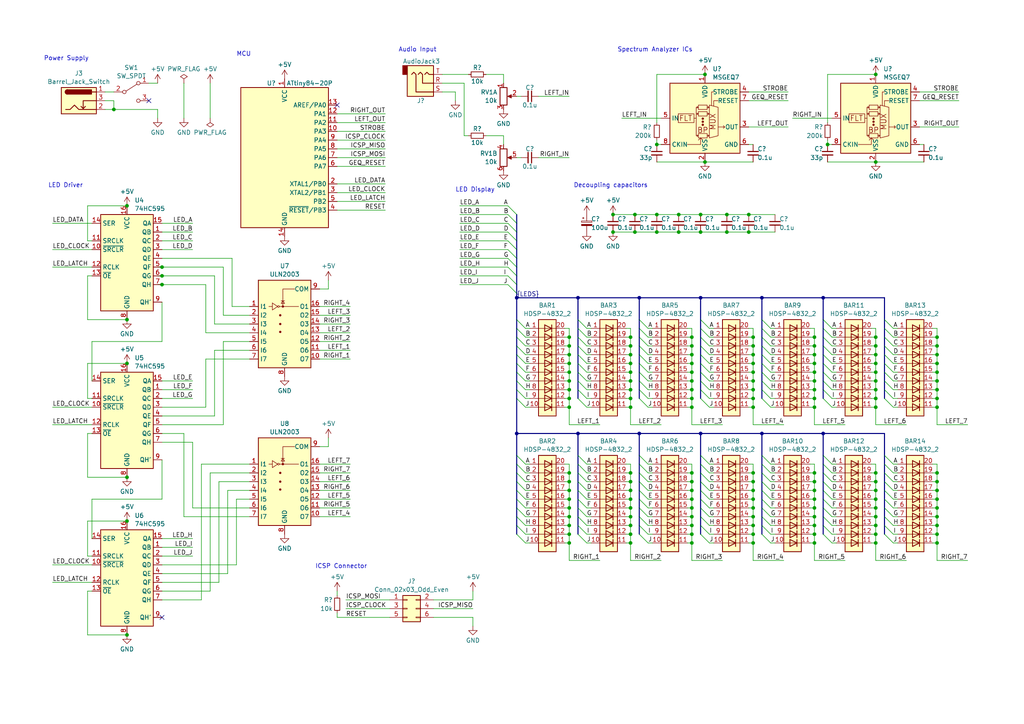
<source format=kicad_sch>
(kicad_sch (version 20230121) (generator eeschema)
  (paper "A4")
  (title_block (title "Audio Spectrum Analyzer") (date "2023-07-27") (rev "v0.1.0") (company "shimo8810"))
  (junction (at 190.5 67.31))
  (junction (at 271.78 142.24))
  (junction (at 236.22 118.11))
  (junction (at 200.66 137.16))
  (junction (at 167.64 86.36))
  (junction (at 200.66 154.94))
  (junction (at 271.78 118.11))
  (junction (at 254 107.95))
  (junction (at 271.78 100.33))
  (junction (at 271.78 107.95))
  (junction (at 177.8 67.31))
  (junction (at 182.88 115.57))
  (junction (at 165.1 147.32))
  (junction (at 200.66 118.11))
  (junction (at 217.17 67.31))
  (junction (at 236.22 149.86))
  (junction (at 236.22 113.03))
  (junction (at 254 100.33))
  (junction (at 200.66 144.78))
  (junction (at 218.44 110.49))
  (junction (at 200.66 147.32))
  (junction (at 254 97.79))
  (junction (at 200.66 102.87))
  (junction (at 165.1 137.16))
  (junction (at 236.22 152.4))
  (junction (at 236.22 139.7))
  (junction (at 271.78 115.57))
  (junction (at 218.44 97.79))
  (junction (at 271.78 157.48))
  (junction (at 236.22 115.57))
  (junction (at 254 110.49))
  (junction (at 36.83 138.43))
  (junction (at 240.03 41.91))
  (junction (at 271.78 147.32))
  (junction (at 210.82 67.31))
  (junction (at 236.22 137.16))
  (junction (at 165.1 144.78))
  (junction (at 165.1 115.57))
  (junction (at 182.88 139.7))
  (junction (at 218.44 137.16))
  (junction (at 165.1 118.11))
  (junction (at 182.88 142.24))
  (junction (at 236.22 110.49))
  (junction (at 210.82 62.23))
  (junction (at 200.66 142.24))
  (junction (at 271.78 154.94))
  (junction (at 182.88 100.33))
  (junction (at 165.1 113.03))
  (junction (at 46.99 80.01))
  (junction (at 236.22 144.78))
  (junction (at 203.2 62.23))
  (junction (at 218.44 115.57))
  (junction (at 182.88 97.79))
  (junction (at 254 152.4))
  (junction (at 254 137.16))
  (junction (at 203.2 125.73))
  (junction (at 182.88 110.49))
  (junction (at 236.22 147.32))
  (junction (at 36.83 92.71))
  (junction (at 36.83 151.13))
  (junction (at 236.22 102.87))
  (junction (at 220.98 86.36))
  (junction (at 271.78 144.78))
  (junction (at 271.78 97.79))
  (junction (at 46.99 82.55))
  (junction (at 220.98 125.73))
  (junction (at 165.1 97.79))
  (junction (at 218.44 152.4))
  (junction (at 254 149.86))
  (junction (at 165.1 149.86))
  (junction (at 254 115.57))
  (junction (at 254 113.03))
  (junction (at 182.88 107.95))
  (junction (at 254 142.24))
  (junction (at 182.88 147.32))
  (junction (at 196.85 62.23))
  (junction (at 182.88 152.4))
  (junction (at 196.85 67.31))
  (junction (at 182.88 154.94))
  (junction (at 46.99 77.47))
  (junction (at 165.1 154.94))
  (junction (at 236.22 142.24))
  (junction (at 165.1 157.48))
  (junction (at 36.83 59.69))
  (junction (at 254 21.59))
  (junction (at 236.22 107.95))
  (junction (at 149.86 86.36))
  (junction (at 200.66 157.48))
  (junction (at 254 144.78))
  (junction (at 236.22 97.79))
  (junction (at 204.47 21.59))
  (junction (at 218.44 147.32))
  (junction (at 254 105.41))
  (junction (at 254 118.11))
  (junction (at 271.78 152.4))
  (junction (at 200.66 139.7))
  (junction (at 184.15 62.23))
  (junction (at 182.88 113.03))
  (junction (at 177.8 62.23))
  (junction (at 218.44 105.41))
  (junction (at 182.88 105.41))
  (junction (at 149.86 125.73))
  (junction (at 236.22 100.33))
  (junction (at 254 154.94))
  (junction (at 254 102.87))
  (junction (at 200.66 152.4))
  (junction (at 218.44 149.86))
  (junction (at 190.5 62.23))
  (junction (at 182.88 149.86))
  (junction (at 236.22 105.41))
  (junction (at 200.66 113.03))
  (junction (at 218.44 142.24))
  (junction (at 238.76 125.73))
  (junction (at 190.5 41.91))
  (junction (at 218.44 102.87))
  (junction (at 238.76 86.36))
  (junction (at 271.78 139.7))
  (junction (at 36.83 105.41))
  (junction (at 200.66 110.49))
  (junction (at 271.78 149.86))
  (junction (at 236.22 157.48))
  (junction (at 182.88 102.87))
  (junction (at 182.88 144.78))
  (junction (at 218.44 154.94))
  (junction (at 218.44 100.33))
  (junction (at 200.66 100.33))
  (junction (at 165.1 110.49))
  (junction (at 200.66 97.79))
  (junction (at 165.1 139.7))
  (junction (at 167.64 125.73))
  (junction (at 203.2 86.36))
  (junction (at 165.1 105.41))
  (junction (at 182.88 118.11))
  (junction (at 218.44 107.95))
  (junction (at 254 139.7))
  (junction (at 182.88 157.48))
  (junction (at 218.44 118.11))
  (junction (at 271.78 113.03))
  (junction (at 271.78 137.16))
  (junction (at 254 46.99))
  (junction (at 254 157.48))
  (junction (at 200.66 115.57))
  (junction (at 218.44 139.7))
  (junction (at 165.1 152.4))
  (junction (at 218.44 113.03))
  (junction (at 165.1 142.24))
  (junction (at 165.1 107.95))
  (junction (at 185.42 125.73))
  (junction (at 184.15 67.31))
  (junction (at 36.83 184.15))
  (junction (at 182.88 137.16))
  (junction (at 236.22 154.94))
  (junction (at 254 147.32))
  (junction (at 271.78 105.41))
  (junction (at 165.1 100.33))
  (junction (at 33.02 31.75))
  (junction (at 203.2 67.31))
  (junction (at 217.17 62.23))
  (junction (at 165.1 102.87))
  (junction (at 271.78 110.49))
  (junction (at 204.47 46.99))
  (junction (at 218.44 157.48))
  (junction (at 185.42 86.36))
  (junction (at 200.66 105.41))
  (junction (at 218.44 144.78))
  (junction (at 271.78 102.87))
  (junction (at 200.66 149.86))
  (junction (at 200.66 107.95))
  (no_connect (at 43.18 29.21))
  (no_connect (at 46.99 179.07))
  (no_connect (at 97.79 30.48))
  (bus_entry (at 256.54 107.95) (size 2.54 2.54))
  (bus_entry (at 185.42 144.78) (size 2.54 2.54))
  (bus_entry (at 238.76 139.7) (size 2.54 2.54))
  (bus_entry (at 238.76 149.86) (size 2.54 2.54))
  (bus_entry (at 149.86 115.57) (size 2.54 2.54))
  (bus_entry (at 185.42 113.03) (size 2.54 2.54))
  (bus_entry (at 256.54 97.79) (size 2.54 2.54))
  (bus_entry (at 220.98 144.78) (size 2.54 2.54))
  (bus_entry (at 256.54 139.7) (size 2.54 2.54))
  (bus_entry (at 147.32 67.31) (size 2.54 2.54))
  (bus_entry (at 220.98 110.49) (size 2.54 2.54))
  (bus_entry (at 238.76 110.49) (size 2.54 2.54))
  (bus_entry (at 203.2 132.08) (size 2.54 2.54))
  (bus_entry (at 149.86 102.87) (size 2.54 2.54))
  (bus_entry (at 167.64 105.41) (size 2.54 2.54))
  (bus_entry (at 256.54 134.62) (size 2.54 2.54))
  (bus_entry (at 167.64 107.95) (size 2.54 2.54))
  (bus_entry (at 149.86 154.94) (size 2.54 2.54))
  (bus_entry (at 220.98 92.71) (size 2.54 2.54))
  (bus_entry (at 238.76 144.78) (size 2.54 2.54))
  (bus_entry (at 167.64 142.24) (size 2.54 2.54))
  (bus_entry (at 185.42 105.41) (size 2.54 2.54))
  (bus_entry (at 185.42 97.79) (size 2.54 2.54))
  (bus_entry (at 220.98 113.03) (size 2.54 2.54))
  (bus_entry (at 238.76 92.71) (size 2.54 2.54))
  (bus_entry (at 149.86 144.78) (size 2.54 2.54))
  (bus_entry (at 149.86 110.49) (size 2.54 2.54))
  (bus_entry (at 238.76 147.32) (size 2.54 2.54))
  (bus_entry (at 149.86 92.71) (size 2.54 2.54))
  (bus_entry (at 220.98 134.62) (size 2.54 2.54))
  (bus_entry (at 256.54 132.08) (size 2.54 2.54))
  (bus_entry (at 147.32 77.47) (size 2.54 2.54))
  (bus_entry (at 238.76 105.41) (size 2.54 2.54))
  (bus_entry (at 220.98 139.7) (size 2.54 2.54))
  (bus_entry (at 167.64 144.78) (size 2.54 2.54))
  (bus_entry (at 203.2 142.24) (size 2.54 2.54))
  (bus_entry (at 149.86 95.25) (size 2.54 2.54))
  (bus_entry (at 203.2 152.4) (size 2.54 2.54))
  (bus_entry (at 256.54 113.03) (size 2.54 2.54))
  (bus_entry (at 220.98 100.33) (size 2.54 2.54))
  (bus_entry (at 149.86 107.95) (size 2.54 2.54))
  (bus_entry (at 185.42 149.86) (size 2.54 2.54))
  (bus_entry (at 220.98 154.94) (size 2.54 2.54))
  (bus_entry (at 256.54 95.25) (size 2.54 2.54))
  (bus_entry (at 147.32 80.01) (size 2.54 2.54))
  (bus_entry (at 185.42 137.16) (size 2.54 2.54))
  (bus_entry (at 203.2 95.25) (size 2.54 2.54))
  (bus_entry (at 238.76 107.95) (size 2.54 2.54))
  (bus_entry (at 167.64 132.08) (size 2.54 2.54))
  (bus_entry (at 147.32 82.55) (size 2.54 2.54))
  (bus_entry (at 185.42 132.08) (size 2.54 2.54))
  (bus_entry (at 167.64 110.49) (size 2.54 2.54))
  (bus_entry (at 167.64 92.71) (size 2.54 2.54))
  (bus_entry (at 185.42 92.71) (size 2.54 2.54))
  (bus_entry (at 167.64 102.87) (size 2.54 2.54))
  (bus_entry (at 238.76 97.79) (size 2.54 2.54))
  (bus_entry (at 220.98 152.4) (size 2.54 2.54))
  (bus_entry (at 256.54 100.33) (size 2.54 2.54))
  (bus_entry (at 167.64 152.4) (size 2.54 2.54))
  (bus_entry (at 238.76 137.16) (size 2.54 2.54))
  (bus_entry (at 203.2 149.86) (size 2.54 2.54))
  (bus_entry (at 203.2 105.41) (size 2.54 2.54))
  (bus_entry (at 149.86 134.62) (size 2.54 2.54))
  (bus_entry (at 238.76 100.33) (size 2.54 2.54))
  (bus_entry (at 203.2 97.79) (size 2.54 2.54))
  (bus_entry (at 220.98 107.95) (size 2.54 2.54))
  (bus_entry (at 167.64 149.86) (size 2.54 2.54))
  (bus_entry (at 185.42 134.62) (size 2.54 2.54))
  (bus_entry (at 238.76 95.25) (size 2.54 2.54))
  (bus_entry (at 185.42 154.94) (size 2.54 2.54))
  (bus_entry (at 185.42 152.4) (size 2.54 2.54))
  (bus_entry (at 167.64 115.57) (size 2.54 2.54))
  (bus_entry (at 203.2 102.87) (size 2.54 2.54))
  (bus_entry (at 167.64 97.79) (size 2.54 2.54))
  (bus_entry (at 167.64 113.03) (size 2.54 2.54))
  (bus_entry (at 203.2 107.95) (size 2.54 2.54))
  (bus_entry (at 238.76 142.24) (size 2.54 2.54))
  (bus_entry (at 220.98 147.32) (size 2.54 2.54))
  (bus_entry (at 185.42 110.49) (size 2.54 2.54))
  (bus_entry (at 220.98 115.57) (size 2.54 2.54))
  (bus_entry (at 220.98 149.86) (size 2.54 2.54))
  (bus_entry (at 185.42 100.33) (size 2.54 2.54))
  (bus_entry (at 203.2 144.78) (size 2.54 2.54))
  (bus_entry (at 147.32 64.77) (size 2.54 2.54))
  (bus_entry (at 238.76 152.4) (size 2.54 2.54))
  (bus_entry (at 167.64 100.33) (size 2.54 2.54))
  (bus_entry (at 256.54 144.78) (size 2.54 2.54))
  (bus_entry (at 220.98 132.08) (size 2.54 2.54))
  (bus_entry (at 220.98 102.87) (size 2.54 2.54))
  (bus_entry (at 203.2 137.16) (size 2.54 2.54))
  (bus_entry (at 149.86 132.08) (size 2.54 2.54))
  (bus_entry (at 220.98 95.25) (size 2.54 2.54))
  (bus_entry (at 149.86 149.86) (size 2.54 2.54))
  (bus_entry (at 149.86 142.24) (size 2.54 2.54))
  (bus_entry (at 185.42 107.95) (size 2.54 2.54))
  (bus_entry (at 185.42 139.7) (size 2.54 2.54))
  (bus_entry (at 147.32 72.39) (size 2.54 2.54))
  (bus_entry (at 256.54 110.49) (size 2.54 2.54))
  (bus_entry (at 203.2 147.32) (size 2.54 2.54))
  (bus_entry (at 167.64 139.7) (size 2.54 2.54))
  (bus_entry (at 147.32 74.93) (size 2.54 2.54))
  (bus_entry (at 238.76 115.57) (size 2.54 2.54))
  (bus_entry (at 203.2 110.49) (size 2.54 2.54))
  (bus_entry (at 185.42 147.32) (size 2.54 2.54))
  (bus_entry (at 185.42 115.57) (size 2.54 2.54))
  (bus_entry (at 185.42 95.25) (size 2.54 2.54))
  (bus_entry (at 147.32 59.69) (size 2.54 2.54))
  (bus_entry (at 238.76 134.62) (size 2.54 2.54))
  (bus_entry (at 149.86 139.7) (size 2.54 2.54))
  (bus_entry (at 185.42 102.87) (size 2.54 2.54))
  (bus_entry (at 256.54 149.86) (size 2.54 2.54))
  (bus_entry (at 203.2 113.03) (size 2.54 2.54))
  (bus_entry (at 256.54 92.71) (size 2.54 2.54))
  (bus_entry (at 203.2 115.57) (size 2.54 2.54))
  (bus_entry (at 220.98 142.24) (size 2.54 2.54))
  (bus_entry (at 220.98 137.16) (size 2.54 2.54))
  (bus_entry (at 203.2 154.94) (size 2.54 2.54))
  (bus_entry (at 238.76 154.94) (size 2.54 2.54))
  (bus_entry (at 238.76 102.87) (size 2.54 2.54))
  (bus_entry (at 185.42 142.24) (size 2.54 2.54))
  (bus_entry (at 256.54 105.41) (size 2.54 2.54))
  (bus_entry (at 203.2 92.71) (size 2.54 2.54))
  (bus_entry (at 147.32 62.23) (size 2.54 2.54))
  (bus_entry (at 238.76 132.08) (size 2.54 2.54))
  (bus_entry (at 167.64 134.62) (size 2.54 2.54))
  (bus_entry (at 256.54 152.4) (size 2.54 2.54))
  (bus_entry (at 149.86 100.33) (size 2.54 2.54))
  (bus_entry (at 149.86 152.4) (size 2.54 2.54))
  (bus_entry (at 149.86 113.03) (size 2.54 2.54))
  (bus_entry (at 147.32 69.85) (size 2.54 2.54))
  (bus_entry (at 203.2 134.62) (size 2.54 2.54))
  (bus_entry (at 220.98 105.41) (size 2.54 2.54))
  (bus_entry (at 149.86 105.41) (size 2.54 2.54))
  (bus_entry (at 149.86 97.79) (size 2.54 2.54))
  (bus_entry (at 167.64 137.16) (size 2.54 2.54))
  (bus_entry (at 256.54 115.57) (size 2.54 2.54))
  (bus_entry (at 256.54 147.32) (size 2.54 2.54))
  (bus_entry (at 256.54 102.87) (size 2.54 2.54))
  (bus_entry (at 167.64 147.32) (size 2.54 2.54))
  (bus_entry (at 238.76 113.03) (size 2.54 2.54))
  (bus_entry (at 256.54 137.16) (size 2.54 2.54))
  (bus_entry (at 203.2 100.33) (size 2.54 2.54))
  (bus_entry (at 203.2 139.7) (size 2.54 2.54))
  (bus_entry (at 220.98 97.79) (size 2.54 2.54))
  (bus_entry (at 149.86 147.32) (size 2.54 2.54))
  (bus_entry (at 256.54 154.94) (size 2.54 2.54))
  (bus_entry (at 256.54 142.24) (size 2.54 2.54))
  (bus_entry (at 167.64 154.94) (size 2.54 2.54))
  (bus_entry (at 167.64 95.25) (size 2.54 2.54))
  (bus_entry (at 149.86 137.16) (size 2.54 2.54))
  (wire (pts (xy 223.52 107.95) (xy 224.79 107.95)))
  (wire (pts (xy 163.83 139.7) (xy 165.1 139.7)))
  (wire (pts (xy 97.79 171.45) (xy 97.79 172.72)))
  (wire (pts (xy 217.17 110.49) (xy 218.44 110.49)))
  (wire (pts (xy 25.4 161.29) (xy 25.4 151.13)))
  (wire (pts (xy 125.73 173.99) (xy 137.16 173.99)))
  (wire (pts (xy 223.52 100.33) (xy 224.79 100.33)))
  (wire (pts (xy 45.72 31.75) (xy 45.72 34.29)))
  (wire (pts (xy 271.78 118.11) (xy 271.78 123.19)))
  (wire (pts (xy 234.95 97.79) (xy 236.22 97.79)))
  (wire (pts (xy 259.08 102.87) (xy 260.35 102.87)))
  (wire (pts (xy 199.39 142.24) (xy 200.66 142.24)))
  (wire (pts (xy 241.3 142.24) (xy 242.57 142.24)))
  (wire (pts (xy 200.66 154.94) (xy 200.66 157.48)))
  (wire (pts (xy 67.31 88.9) (xy 67.31 74.93)))
  (wire (pts (xy 200.66 157.48) (xy 200.66 162.56)))
  (wire (pts (xy 181.61 107.95) (xy 182.88 107.95)))
  (wire (pts (xy 254 144.78) (xy 254 147.32)))
  (wire (pts (xy 254 102.87) (xy 254 105.41)))
  (wire (pts (xy 236.22 110.49) (xy 236.22 113.03)))
  (wire (pts (xy 199.39 152.4) (xy 200.66 152.4)))
  (wire (pts (xy 46.99 173.99) (xy 58.42 173.99)))
  (wire (pts (xy 182.88 115.57) (xy 182.88 118.11)))
  (wire (pts (xy 190.5 67.31) (xy 196.85 67.31)))
  (bus (pts (xy 185.42 113.03) (xy 185.42 115.57)))
  (wire (pts (xy 254 100.33) (xy 254 102.87)))
  (wire (pts (xy 92.71 104.14) (xy 101.6 104.14)))
  (wire (pts (xy 46.99 161.29) (xy 55.88 161.29)))
  (wire (pts (xy 163.83 137.16) (xy 165.1 137.16)))
  (bus (pts (xy 220.98 107.95) (xy 220.98 110.49)))
  (wire (pts (xy 241.3 102.87) (xy 242.57 102.87)))
  (wire (pts (xy 163.83 110.49) (xy 165.1 110.49)))
  (wire (pts (xy 199.39 97.79) (xy 200.66 97.79)))
  (bus (pts (xy 167.64 110.49) (xy 167.64 113.03)))
  (wire (pts (xy 25.4 125.73) (xy 25.4 138.43)))
  (wire (pts (xy 270.51 113.03) (xy 271.78 113.03)))
  (bus (pts (xy 220.98 100.33) (xy 220.98 102.87)))
  (bus (pts (xy 167.64 86.36) (xy 167.64 92.71)))
  (wire (pts (xy 152.4 107.95) (xy 153.67 107.95)))
  (wire (pts (xy 241.3 134.62) (xy 242.57 134.62)))
  (wire (pts (xy 133.35 64.77) (xy 147.32 64.77)))
  (bus (pts (xy 238.76 149.86) (xy 238.76 152.4)))
  (bus (pts (xy 203.2 139.7) (xy 203.2 142.24)))
  (wire (pts (xy 200.66 115.57) (xy 200.66 118.11)))
  (bus (pts (xy 185.42 100.33) (xy 185.42 102.87)))
  (wire (pts (xy 234.95 100.33) (xy 236.22 100.33)))
  (wire (pts (xy 271.78 152.4) (xy 271.78 154.94)))
  (wire (pts (xy 63.5 139.7) (xy 72.39 139.7)))
  (bus (pts (xy 167.64 132.08) (xy 167.64 134.62)))
  (wire (pts (xy 60.96 24.13) (xy 60.96 34.29)))
  (wire (pts (xy 217.17 105.41) (xy 218.44 105.41)))
  (wire (pts (xy 254 123.19) (xy 262.89 123.19)))
  (wire (pts (xy 241.3 152.4) (xy 242.57 152.4)))
  (wire (pts (xy 217.17 113.03) (xy 218.44 113.03)))
  (wire (pts (xy 217.17 139.7) (xy 218.44 139.7)))
  (wire (pts (xy 165.1 110.49) (xy 165.1 113.03)))
  (wire (pts (xy 62.23 101.6) (xy 62.23 120.65)))
  (wire (pts (xy 133.35 80.01) (xy 147.32 80.01)))
  (bus (pts (xy 238.76 86.36) (xy 256.54 86.36)))
  (wire (pts (xy 259.08 149.86) (xy 260.35 149.86)))
  (wire (pts (xy 125.73 179.07) (xy 137.16 179.07)))
  (wire (pts (xy 223.52 152.4) (xy 224.79 152.4)))
  (wire (pts (xy 254 134.62) (xy 254 137.16)))
  (wire (pts (xy 199.39 144.78) (xy 200.66 144.78)))
  (wire (pts (xy 205.74 118.11) (xy 207.01 118.11)))
  (wire (pts (xy 46.99 67.31) (xy 55.88 67.31)))
  (wire (pts (xy 163.83 118.11) (xy 165.1 118.11)))
  (wire (pts (xy 134.62 39.37) (xy 135.89 39.37)))
  (wire (pts (xy 234.95 157.48) (xy 236.22 157.48)))
  (wire (pts (xy 163.83 154.94) (xy 165.1 154.94)))
  (wire (pts (xy 59.69 96.52) (xy 59.69 82.55)))
  (wire (pts (xy 241.3 105.41) (xy 242.57 105.41)))
  (wire (pts (xy 181.61 118.11) (xy 182.88 118.11)))
  (wire (pts (xy 152.4 147.32) (xy 153.67 147.32)))
  (wire (pts (xy 165.1 105.41) (xy 165.1 107.95)))
  (wire (pts (xy 149.86 27.94) (xy 151.13 27.94)))
  (wire (pts (xy 165.1 100.33) (xy 165.1 102.87)))
  (wire (pts (xy 240.03 40.64) (xy 240.03 41.91)))
  (wire (pts (xy 165.1 102.87) (xy 165.1 105.41)))
  (wire (pts (xy 133.35 77.47) (xy 147.32 77.47)))
  (bus (pts (xy 256.54 147.32) (xy 256.54 149.86)))
  (wire (pts (xy 203.2 62.23) (xy 210.82 62.23)))
  (wire (pts (xy 181.61 134.62) (xy 182.88 134.62)))
  (wire (pts (xy 46.99 99.06) (xy 46.99 87.63)))
  (wire (pts (xy 170.18 113.03) (xy 171.45 113.03)))
  (wire (pts (xy 259.08 157.48) (xy 260.35 157.48)))
  (wire (pts (xy 97.79 179.07) (xy 113.03 179.07)))
  (wire (pts (xy 46.99 64.77) (xy 55.88 64.77)))
  (wire (pts (xy 181.61 105.41) (xy 182.88 105.41)))
  (wire (pts (xy 64.77 91.44) (xy 72.39 91.44)))
  (wire (pts (xy 205.74 115.57) (xy 207.01 115.57)))
  (wire (pts (xy 181.61 149.86) (xy 182.88 149.86)))
  (wire (pts (xy 182.88 95.25) (xy 182.88 97.79)))
  (wire (pts (xy 205.74 105.41) (xy 207.01 105.41)))
  (bus (pts (xy 203.2 113.03) (xy 203.2 115.57)))
  (wire (pts (xy 97.79 58.42) (xy 111.76 58.42)))
  (wire (pts (xy 149.86 45.72) (xy 151.13 45.72)))
  (wire (pts (xy 236.22 97.79) (xy 236.22 100.33)))
  (wire (pts (xy 163.83 134.62) (xy 165.1 134.62)))
  (bus (pts (xy 256.54 142.24) (xy 256.54 144.78)))
  (wire (pts (xy 218.44 149.86) (xy 218.44 152.4)))
  (wire (pts (xy 25.4 184.15) (xy 36.83 184.15)))
  (bus (pts (xy 149.86 64.77) (xy 149.86 67.31)))
  (wire (pts (xy 165.1 27.94) (xy 156.21 27.94)))
  (wire (pts (xy 205.74 102.87) (xy 207.01 102.87)))
  (wire (pts (xy 165.1 97.79) (xy 165.1 100.33)))
  (wire (pts (xy 196.85 67.31) (xy 203.2 67.31)))
  (wire (pts (xy 165.1 157.48) (xy 165.1 162.56)))
  (wire (pts (xy 25.4 138.43) (xy 36.83 138.43)))
  (wire (pts (xy 152.4 149.86) (xy 153.67 149.86)))
  (bus (pts (xy 220.98 137.16) (xy 220.98 139.7)))
  (bus (pts (xy 167.64 139.7) (xy 167.64 142.24)))
  (wire (pts (xy 271.78 102.87) (xy 271.78 105.41)))
  (wire (pts (xy 184.15 67.31) (xy 190.5 67.31)))
  (wire (pts (xy 152.4 113.03) (xy 153.67 113.03)))
  (bus (pts (xy 149.86 67.31) (xy 149.86 69.85)))
  (wire (pts (xy 270.51 144.78) (xy 271.78 144.78)))
  (wire (pts (xy 252.73 147.32) (xy 254 147.32)))
  (wire (pts (xy 45.72 80.01) (xy 46.99 80.01)))
  (wire (pts (xy 67.31 74.93) (xy 46.99 74.93)))
  (wire (pts (xy 181.61 113.03) (xy 182.88 113.03)))
  (wire (pts (xy 199.39 105.41) (xy 200.66 105.41)))
  (wire (pts (xy 182.88 162.56) (xy 191.77 162.56)))
  (wire (pts (xy 95.25 83.82) (xy 92.71 83.82)))
  (bus (pts (xy 167.64 134.62) (xy 167.64 137.16)))
  (wire (pts (xy 60.96 171.45) (xy 60.96 137.16)))
  (wire (pts (xy 132.08 26.67) (xy 132.08 29.21)))
  (wire (pts (xy 26.67 144.78) (xy 46.99 144.78)))
  (wire (pts (xy 46.99 123.19) (xy 64.77 123.19)))
  (bus (pts (xy 203.2 144.78) (xy 203.2 147.32)))
  (wire (pts (xy 218.44 97.79) (xy 218.44 100.33)))
  (wire (pts (xy 252.73 95.25) (xy 254 95.25)))
  (wire (pts (xy 223.52 118.11) (xy 224.79 118.11)))
  (wire (pts (xy 46.99 128.27) (xy 55.88 128.27)))
  (wire (pts (xy 191.77 41.91) (xy 190.5 41.91)))
  (wire (pts (xy 254 95.25) (xy 254 97.79)))
  (bus (pts (xy 185.42 86.36) (xy 203.2 86.36)))
  (wire (pts (xy 187.96 97.79) (xy 189.23 97.79)))
  (wire (pts (xy 92.71 139.7) (xy 101.6 139.7)))
  (bus (pts (xy 185.42 139.7) (xy 185.42 142.24)))
  (wire (pts (xy 234.95 139.7) (xy 236.22 139.7)))
  (wire (pts (xy 218.44 162.56) (xy 227.33 162.56)))
  (wire (pts (xy 170.18 107.95) (xy 171.45 107.95)))
  (wire (pts (xy 163.83 95.25) (xy 165.1 95.25)))
  (wire (pts (xy 236.22 105.41) (xy 236.22 107.95)))
  (wire (pts (xy 152.4 118.11) (xy 153.67 118.11)))
  (bus (pts (xy 256.54 92.71) (xy 256.54 86.36)))
  (wire (pts (xy 55.88 147.32) (xy 72.39 147.32)))
  (bus (pts (xy 256.54 95.25) (xy 256.54 97.79)))
  (wire (pts (xy 217.17 36.83) (xy 228.6 36.83)))
  (wire (pts (xy 15.24 64.77) (xy 26.67 64.77)))
  (wire (pts (xy 92.71 101.6) (xy 101.6 101.6)))
  (wire (pts (xy 46.99 171.45) (xy 60.96 171.45)))
  (wire (pts (xy 270.51 118.11) (xy 271.78 118.11)))
  (wire (pts (xy 259.08 95.25) (xy 260.35 95.25)))
  (wire (pts (xy 241.3 149.86) (xy 242.57 149.86)))
  (wire (pts (xy 266.7 29.21) (xy 278.13 29.21)))
  (wire (pts (xy 241.3 137.16) (xy 242.57 137.16)))
  (wire (pts (xy 181.61 97.79) (xy 182.88 97.79)))
  (wire (pts (xy 181.61 102.87) (xy 182.88 102.87)))
  (bus (pts (xy 149.86 86.36) (xy 149.86 92.71)))
  (wire (pts (xy 46.99 144.78) (xy 46.99 133.35)))
  (wire (pts (xy 199.39 110.49) (xy 200.66 110.49)))
  (wire (pts (xy 223.52 134.62) (xy 224.79 134.62)))
  (wire (pts (xy 254 162.56) (xy 262.89 162.56)))
  (bus (pts (xy 149.86 102.87) (xy 149.86 105.41)))
  (wire (pts (xy 95.25 127) (xy 95.25 129.54)))
  (bus (pts (xy 149.86 152.4) (xy 149.86 154.94)))
  (wire (pts (xy 53.34 125.73) (xy 46.99 125.73)))
  (wire (pts (xy 218.44 154.94) (xy 218.44 157.48)))
  (wire (pts (xy 254 46.99) (xy 267.97 46.99)))
  (wire (pts (xy 270.51 107.95) (xy 271.78 107.95)))
  (wire (pts (xy 163.83 105.41) (xy 165.1 105.41)))
  (wire (pts (xy 217.17 152.4) (xy 218.44 152.4)))
  (bus (pts (xy 185.42 110.49) (xy 185.42 113.03)))
  (bus (pts (xy 256.54 139.7) (xy 256.54 142.24)))
  (bus (pts (xy 149.86 85.09) (xy 149.86 86.36)))
  (wire (pts (xy 252.73 157.48) (xy 254 157.48)))
  (wire (pts (xy 46.99 77.47) (xy 64.77 77.47)))
  (wire (pts (xy 140.97 21.59) (xy 146.05 21.59)))
  (wire (pts (xy 236.22 152.4) (xy 236.22 154.94)))
  (wire (pts (xy 234.95 137.16) (xy 236.22 137.16)))
  (wire (pts (xy 15.24 168.91) (xy 26.67 168.91)))
  (wire (pts (xy 46.99 158.75) (xy 55.88 158.75)))
  (wire (pts (xy 25.4 92.71) (xy 36.83 92.71)))
  (wire (pts (xy 181.61 95.25) (xy 182.88 95.25)))
  (bus (pts (xy 149.86 72.39) (xy 149.86 74.93)))
  (wire (pts (xy 252.73 154.94) (xy 254 154.94)))
  (wire (pts (xy 163.83 152.4) (xy 165.1 152.4)))
  (wire (pts (xy 182.88 139.7) (xy 182.88 142.24)))
  (bus (pts (xy 238.76 102.87) (xy 238.76 105.41)))
  (wire (pts (xy 252.73 118.11) (xy 254 118.11)))
  (bus (pts (xy 167.64 149.86) (xy 167.64 152.4)))
  (wire (pts (xy 271.78 123.19) (xy 280.67 123.19)))
  (wire (pts (xy 182.88 100.33) (xy 182.88 102.87)))
  (bus (pts (xy 149.86 77.47) (xy 149.86 80.01)))
  (wire (pts (xy 15.24 77.47) (xy 26.67 77.47)))
  (wire (pts (xy 223.52 157.48) (xy 224.79 157.48)))
  (bus (pts (xy 256.54 144.78) (xy 256.54 147.32)))
  (wire (pts (xy 200.66 105.41) (xy 200.66 107.95)))
  (wire (pts (xy 217.17 41.91) (xy 218.44 41.91)))
  (bus (pts (xy 185.42 92.71) (xy 185.42 95.25)))
  (bus (pts (xy 203.2 107.95) (xy 203.2 110.49)))
  (wire (pts (xy 15.24 163.83) (xy 26.67 163.83)))
  (wire (pts (xy 217.17 95.25) (xy 218.44 95.25)))
  (wire (pts (xy 100.33 176.53) (xy 113.03 176.53)))
  (bus (pts (xy 220.98 147.32) (xy 220.98 149.86)))
  (wire (pts (xy 170.18 118.11) (xy 171.45 118.11)))
  (wire (pts (xy 210.82 67.31) (xy 217.17 67.31)))
  (bus (pts (xy 149.86 82.55) (xy 149.86 85.09)))
  (wire (pts (xy 182.88 118.11) (xy 182.88 123.19)))
  (wire (pts (xy 187.96 115.57) (xy 189.23 115.57)))
  (wire (pts (xy 92.71 147.32) (xy 101.6 147.32)))
  (wire (pts (xy 259.08 134.62) (xy 260.35 134.62)))
  (wire (pts (xy 240.03 21.59) (xy 254 21.59)))
  (wire (pts (xy 30.48 29.21) (xy 33.02 29.21)))
  (wire (pts (xy 170.18 139.7) (xy 171.45 139.7)))
  (wire (pts (xy 223.52 110.49) (xy 224.79 110.49)))
  (wire (pts (xy 92.71 134.62) (xy 101.6 134.62)))
  (wire (pts (xy 187.96 137.16) (xy 189.23 137.16)))
  (wire (pts (xy 234.95 102.87) (xy 236.22 102.87)))
  (wire (pts (xy 170.18 152.4) (xy 171.45 152.4)))
  (wire (pts (xy 218.44 123.19) (xy 227.33 123.19)))
  (wire (pts (xy 254 118.11) (xy 254 123.19)))
  (bus (pts (xy 149.86 95.25) (xy 149.86 97.79)))
  (wire (pts (xy 152.4 137.16) (xy 153.67 137.16)))
  (wire (pts (xy 181.61 139.7) (xy 182.88 139.7)))
  (wire (pts (xy 187.96 95.25) (xy 189.23 95.25)))
  (wire (pts (xy 200.66 102.87) (xy 200.66 105.41)))
  (wire (pts (xy 234.95 107.95) (xy 236.22 107.95)))
  (wire (pts (xy 270.51 134.62) (xy 271.78 134.62)))
  (wire (pts (xy 26.67 125.73) (xy 25.4 125.73)))
  (wire (pts (xy 241.3 154.94) (xy 242.57 154.94)))
  (wire (pts (xy 218.44 157.48) (xy 218.44 162.56)))
  (bus (pts (xy 149.86 69.85) (xy 149.86 72.39)))
  (wire (pts (xy 46.99 115.57) (xy 55.88 115.57)))
  (wire (pts (xy 190.5 21.59) (xy 204.47 21.59)))
  (wire (pts (xy 271.78 149.86) (xy 271.78 152.4)))
  (wire (pts (xy 252.73 97.79) (xy 254 97.79)))
  (wire (pts (xy 236.22 107.95) (xy 236.22 110.49)))
  (wire (pts (xy 133.35 82.55) (xy 147.32 82.55)))
  (wire (pts (xy 218.44 113.03) (xy 218.44 115.57)))
  (wire (pts (xy 199.39 149.86) (xy 200.66 149.86)))
  (bus (pts (xy 167.64 113.03) (xy 167.64 115.57)))
  (wire (pts (xy 92.71 93.98) (xy 101.6 93.98)))
  (wire (pts (xy 199.39 115.57) (xy 200.66 115.57)))
  (wire (pts (xy 236.22 162.56) (xy 245.11 162.56)))
  (bus (pts (xy 238.76 134.62) (xy 238.76 137.16)))
  (wire (pts (xy 254 115.57) (xy 254 118.11)))
  (wire (pts (xy 133.35 69.85) (xy 147.32 69.85)))
  (wire (pts (xy 181.61 157.48) (xy 182.88 157.48)))
  (wire (pts (xy 163.83 147.32) (xy 165.1 147.32)))
  (wire (pts (xy 187.96 149.86) (xy 189.23 149.86)))
  (wire (pts (xy 46.99 120.65) (xy 62.23 120.65)))
  (wire (pts (xy 199.39 137.16) (xy 200.66 137.16)))
  (bus (pts (xy 256.54 149.86) (xy 256.54 152.4)))
  (bus (pts (xy 256.54 107.95) (xy 256.54 110.49)))
  (wire (pts (xy 223.52 115.57) (xy 224.79 115.57)))
  (wire (pts (xy 182.88 113.03) (xy 182.88 115.57)))
  (bus (pts (xy 256.54 92.71) (xy 256.54 95.25)))
  (wire (pts (xy 163.83 102.87) (xy 165.1 102.87)))
  (bus (pts (xy 149.86 107.95) (xy 149.86 110.49)))
  (wire (pts (xy 204.47 46.99) (xy 218.44 46.99)))
  (bus (pts (xy 203.2 137.16) (xy 203.2 139.7)))
  (wire (pts (xy 170.18 137.16) (xy 171.45 137.16)))
  (wire (pts (xy 270.51 147.32) (xy 271.78 147.32)))
  (wire (pts (xy 217.17 100.33) (xy 218.44 100.33)))
  (wire (pts (xy 217.17 62.23) (xy 224.79 62.23)))
  (wire (pts (xy 45.72 82.55) (xy 46.99 82.55)))
  (bus (pts (xy 185.42 152.4) (xy 185.42 154.94)))
  (wire (pts (xy 182.88 97.79) (xy 182.88 100.33)))
  (wire (pts (xy 271.78 162.56) (xy 280.67 162.56)))
  (wire (pts (xy 187.96 154.94) (xy 189.23 154.94)))
  (wire (pts (xy 46.99 72.39) (xy 55.88 72.39)))
  (wire (pts (xy 163.83 97.79) (xy 165.1 97.79)))
  (wire (pts (xy 271.78 97.79) (xy 271.78 100.33)))
  (wire (pts (xy 217.17 107.95) (xy 218.44 107.95)))
  (bus (pts (xy 220.98 142.24) (xy 220.98 144.78)))
  (wire (pts (xy 97.79 55.88) (xy 111.76 55.88)))
  (bus (pts (xy 185.42 86.36) (xy 185.42 92.71)))
  (wire (pts (xy 252.73 113.03) (xy 254 113.03)))
  (wire (pts (xy 200.66 123.19) (xy 209.55 123.19)))
  (wire (pts (xy 234.95 152.4) (xy 236.22 152.4)))
  (wire (pts (xy 254 137.16) (xy 254 139.7)))
  (wire (pts (xy 170.18 134.62) (xy 171.45 134.62)))
  (bus (pts (xy 238.76 97.79) (xy 238.76 100.33)))
  (wire (pts (xy 236.22 147.32) (xy 236.22 149.86)))
  (wire (pts (xy 163.83 107.95) (xy 165.1 107.95)))
  (wire (pts (xy 236.22 113.03) (xy 236.22 115.57)))
  (bus (pts (xy 220.98 110.49) (xy 220.98 113.03)))
  (wire (pts (xy 259.08 118.11) (xy 260.35 118.11)))
  (wire (pts (xy 152.4 142.24) (xy 153.67 142.24)))
  (bus (pts (xy 220.98 105.41) (xy 220.98 107.95)))
  (wire (pts (xy 182.88 110.49) (xy 182.88 113.03)))
  (wire (pts (xy 234.95 95.25) (xy 236.22 95.25)))
  (wire (pts (xy 271.78 137.16) (xy 271.78 139.7)))
  (bus (pts (xy 167.64 97.79) (xy 167.64 100.33)))
  (bus (pts (xy 238.76 92.71) (xy 238.76 95.25)))
  (wire (pts (xy 62.23 93.98) (xy 62.23 80.01)))
  (wire (pts (xy 92.71 137.16) (xy 101.6 137.16)))
  (wire (pts (xy 217.17 137.16) (xy 218.44 137.16)))
  (wire (pts (xy 170.18 100.33) (xy 171.45 100.33)))
  (wire (pts (xy 205.74 147.32) (xy 207.01 147.32)))
  (wire (pts (xy 259.08 144.78) (xy 260.35 144.78)))
  (wire (pts (xy 218.44 95.25) (xy 218.44 97.79)))
  (wire (pts (xy 200.66 113.03) (xy 200.66 115.57)))
  (wire (pts (xy 236.22 123.19) (xy 245.11 123.19)))
  (wire (pts (xy 266.7 36.83) (xy 278.13 36.83)))
  (wire (pts (xy 64.77 99.06) (xy 64.77 123.19)))
  (wire (pts (xy 26.67 161.29) (xy 25.4 161.29)))
  (wire (pts (xy 170.18 105.41) (xy 171.45 105.41)))
  (bus (pts (xy 220.98 97.79) (xy 220.98 100.33)))
  (wire (pts (xy 199.39 95.25) (xy 200.66 95.25)))
  (bus (pts (xy 167.64 132.08) (xy 167.64 125.73)))
  (bus (pts (xy 149.86 97.79) (xy 149.86 100.33)))
  (wire (pts (xy 234.95 144.78) (xy 236.22 144.78)))
  (bus (pts (xy 203.2 134.62) (xy 203.2 137.16)))
  (wire (pts (xy 259.08 100.33) (xy 260.35 100.33)))
  (wire (pts (xy 187.96 144.78) (xy 189.23 144.78)))
  (wire (pts (xy 92.71 99.06) (xy 101.6 99.06)))
  (bus (pts (xy 256.54 105.41) (xy 256.54 107.95)))
  (wire (pts (xy 25.4 105.41) (xy 36.83 105.41)))
  (wire (pts (xy 165.1 162.56) (xy 173.99 162.56)))
  (wire (pts (xy 223.52 142.24) (xy 224.79 142.24)))
  (wire (pts (xy 217.17 97.79) (xy 218.44 97.79)))
  (bus (pts (xy 238.76 125.73) (xy 238.76 132.08)))
  (wire (pts (xy 205.74 139.7) (xy 207.01 139.7)))
  (wire (pts (xy 236.22 118.11) (xy 236.22 123.19)))
  (wire (pts (xy 26.67 80.01) (xy 25.4 80.01)))
  (wire (pts (xy 217.17 154.94) (xy 218.44 154.94)))
  (wire (pts (xy 60.96 137.16) (xy 72.39 137.16)))
  (wire (pts (xy 165.1 115.57) (xy 165.1 118.11)))
  (bus (pts (xy 256.54 152.4) (xy 256.54 154.94)))
  (bus (pts (xy 238.76 86.36) (xy 238.76 92.71)))
  (wire (pts (xy 205.74 142.24) (xy 207.01 142.24)))
  (wire (pts (xy 205.74 149.86) (xy 207.01 149.86)))
  (wire (pts (xy 182.88 144.78) (xy 182.88 147.32)))
  (wire (pts (xy 26.67 156.21) (xy 26.67 144.78)))
  (wire (pts (xy 236.22 154.94) (xy 236.22 157.48)))
  (wire (pts (xy 236.22 100.33) (xy 236.22 102.87)))
  (wire (pts (xy 196.85 62.23) (xy 203.2 62.23)))
  (bus (pts (xy 256.54 113.03) (xy 256.54 115.57)))
  (bus (pts (xy 167.64 147.32) (xy 167.64 149.86)))
  (wire (pts (xy 252.73 152.4) (xy 254 152.4)))
  (wire (pts (xy 254 107.95) (xy 254 110.49)))
  (wire (pts (xy 217.17 115.57) (xy 218.44 115.57)))
  (wire (pts (xy 184.15 62.23) (xy 190.5 62.23)))
  (wire (pts (xy 97.79 35.56) (xy 111.76 35.56)))
  (wire (pts (xy 46.99 118.11) (xy 59.69 118.11)))
  (wire (pts (xy 200.66 139.7) (xy 200.66 142.24)))
  (wire (pts (xy 223.52 113.03) (xy 224.79 113.03)))
  (wire (pts (xy 236.22 157.48) (xy 236.22 162.56)))
  (wire (pts (xy 170.18 95.25) (xy 171.45 95.25)))
  (wire (pts (xy 190.5 41.91) (xy 190.5 40.64)))
  (bus (pts (xy 238.76 137.16) (xy 238.76 139.7)))
  (wire (pts (xy 46.99 82.55) (xy 59.69 82.55)))
  (wire (pts (xy 187.96 152.4) (xy 189.23 152.4)))
  (wire (pts (xy 177.8 67.31) (xy 184.15 67.31)))
  (wire (pts (xy 15.24 123.19) (xy 26.67 123.19)))
  (wire (pts (xy 152.4 134.62) (xy 153.67 134.62)))
  (wire (pts (xy 234.95 110.49) (xy 236.22 110.49)))
  (wire (pts (xy 26.67 69.85) (xy 25.4 69.85)))
  (bus (pts (xy 185.42 142.24) (xy 185.42 144.78)))
  (wire (pts (xy 33.02 29.21) (xy 33.02 31.75)))
  (wire (pts (xy 165.1 95.25) (xy 165.1 97.79)))
  (wire (pts (xy 252.73 144.78) (xy 254 144.78)))
  (wire (pts (xy 165.1 113.03) (xy 165.1 115.57)))
  (wire (pts (xy 181.61 147.32) (xy 182.88 147.32)))
  (wire (pts (xy 252.73 137.16) (xy 254 137.16)))
  (wire (pts (xy 97.79 40.64) (xy 111.76 40.64)))
  (wire (pts (xy 140.97 39.37) (xy 146.05 39.37)))
  (wire (pts (xy 259.08 139.7) (xy 260.35 139.7)))
  (bus (pts (xy 149.86 86.36) (xy 167.64 86.36)))
  (wire (pts (xy 152.4 152.4) (xy 153.67 152.4)))
  (wire (pts (xy 58.42 173.99) (xy 58.42 134.62)))
  (wire (pts (xy 271.78 157.48) (xy 271.78 162.56)))
  (bus (pts (xy 149.86 142.24) (xy 149.86 144.78)))
  (wire (pts (xy 67.31 88.9) (xy 72.39 88.9)))
  (wire (pts (xy 62.23 93.98) (xy 72.39 93.98)))
  (wire (pts (xy 200.66 147.32) (xy 200.66 149.86)))
  (wire (pts (xy 271.78 107.95) (xy 271.78 110.49)))
  (bus (pts (xy 238.76 132.08) (xy 238.76 134.62)))
  (wire (pts (xy 234.95 142.24) (xy 236.22 142.24)))
  (wire (pts (xy 259.08 113.03) (xy 260.35 113.03)))
  (wire (pts (xy 254 110.49) (xy 254 113.03)))
  (wire (pts (xy 170.18 147.32) (xy 171.45 147.32)))
  (wire (pts (xy 68.58 163.83) (xy 68.58 144.78)))
  (wire (pts (xy 241.3 107.95) (xy 242.57 107.95)))
  (wire (pts (xy 199.39 134.62) (xy 200.66 134.62)))
  (wire (pts (xy 181.61 115.57) (xy 182.88 115.57)))
  (wire (pts (xy 200.66 97.79) (xy 200.66 100.33)))
  (wire (pts (xy 182.88 105.41) (xy 182.88 107.95)))
  (wire (pts (xy 223.52 147.32) (xy 224.79 147.32)))
  (wire (pts (xy 66.04 166.37) (xy 66.04 142.24)))
  (wire (pts (xy 241.3 113.03) (xy 242.57 113.03)))
  (wire (pts (xy 137.16 173.99) (xy 137.16 171.45)))
  (wire (pts (xy 234.95 149.86) (xy 236.22 149.86)))
  (wire (pts (xy 254 149.86) (xy 254 152.4)))
  (wire (pts (xy 190.5 62.23) (xy 196.85 62.23)))
  (wire (pts (xy 170.18 157.48) (xy 171.45 157.48)))
  (wire (pts (xy 218.44 134.62) (xy 218.44 137.16)))
  (bus (pts (xy 203.2 149.86) (xy 203.2 152.4)))
  (wire (pts (xy 271.78 147.32) (xy 271.78 149.86)))
  (bus (pts (xy 149.86 80.01) (xy 149.86 82.55)))
  (wire (pts (xy 270.51 105.41) (xy 271.78 105.41)))
  (wire (pts (xy 218.44 139.7) (xy 218.44 142.24)))
  (wire (pts (xy 217.17 147.32) (xy 218.44 147.32)))
  (bus (pts (xy 238.76 147.32) (xy 238.76 149.86)))
  (bus (pts (xy 203.2 92.71) (xy 203.2 95.25)))
  (wire (pts (xy 218.44 118.11) (xy 218.44 123.19)))
  (wire (pts (xy 199.39 157.48) (xy 200.66 157.48)))
  (wire (pts (xy 252.73 134.62) (xy 254 134.62)))
  (bus (pts (xy 185.42 105.41) (xy 185.42 107.95)))
  (wire (pts (xy 135.89 21.59) (xy 128.27 21.59)))
  (wire (pts (xy 218.44 137.16) (xy 218.44 139.7)))
  (bus (pts (xy 238.76 95.25) (xy 238.76 97.79)))
  (wire (pts (xy 217.17 144.78) (xy 218.44 144.78)))
  (wire (pts (xy 270.51 149.86) (xy 271.78 149.86)))
  (bus (pts (xy 220.98 86.36) (xy 238.76 86.36)))
  (wire (pts (xy 241.3 97.79) (xy 242.57 97.79)))
  (wire (pts (xy 252.73 149.86) (xy 254 149.86)))
  (wire (pts (xy 205.74 113.03) (xy 207.01 113.03)))
  (wire (pts (xy 254 157.48) (xy 254 162.56)))
  (wire (pts (xy 133.35 59.69) (xy 147.32 59.69)))
  (wire (pts (xy 241.3 157.48) (xy 242.57 157.48)))
  (wire (pts (xy 187.96 105.41) (xy 189.23 105.41)))
  (wire (pts (xy 133.35 74.93) (xy 147.32 74.93)))
  (wire (pts (xy 270.51 115.57) (xy 271.78 115.57)))
  (wire (pts (xy 170.18 149.86) (xy 171.45 149.86)))
  (wire (pts (xy 165.1 139.7) (xy 165.1 142.24)))
  (wire (pts (xy 199.39 102.87) (xy 200.66 102.87)))
  (wire (pts (xy 241.3 110.49) (xy 242.57 110.49)))
  (wire (pts (xy 46.99 166.37) (xy 66.04 166.37)))
  (wire (pts (xy 200.66 152.4) (xy 200.66 154.94)))
  (bus (pts (xy 220.98 86.36) (xy 220.98 92.71)))
  (bus (pts (xy 220.98 134.62) (xy 220.98 137.16)))
  (bus (pts (xy 256.54 100.33) (xy 256.54 102.87)))
  (bus (pts (xy 167.64 142.24) (xy 167.64 144.78)))
  (wire (pts (xy 234.95 147.32) (xy 236.22 147.32)))
  (wire (pts (xy 92.71 88.9) (xy 101.6 88.9)))
  (bus (pts (xy 149.86 92.71) (xy 149.86 95.25)))
  (wire (pts (xy 97.79 177.8) (xy 97.79 179.07)))
  (wire (pts (xy 181.61 110.49) (xy 182.88 110.49)))
  (wire (pts (xy 25.4 115.57) (xy 25.4 105.41)))
  (bus (pts (xy 167.64 92.71) (xy 167.64 95.25)))
  (wire (pts (xy 92.71 91.44) (xy 101.6 91.44)))
  (wire (pts (xy 97.79 33.02) (xy 111.76 33.02)))
  (wire (pts (xy 259.08 154.94) (xy 260.35 154.94)))
  (wire (pts (xy 97.79 38.1) (xy 111.76 38.1)))
  (bus (pts (xy 238.76 110.49) (xy 238.76 113.03)))
  (wire (pts (xy 254 147.32) (xy 254 149.86)))
  (bus (pts (xy 238.76 100.33) (xy 238.76 102.87)))
  (wire (pts (xy 59.69 96.52) (xy 72.39 96.52)))
  (wire (pts (xy 165.1 123.19) (xy 173.99 123.19)))
  (wire (pts (xy 165.1 142.24) (xy 165.1 144.78)))
  (wire (pts (xy 152.4 154.94) (xy 153.67 154.94)))
  (wire (pts (xy 170.18 115.57) (xy 171.45 115.57)))
  (wire (pts (xy 97.79 43.18) (xy 111.76 43.18)))
  (wire (pts (xy 187.96 107.95) (xy 189.23 107.95)))
  (wire (pts (xy 217.17 102.87) (xy 218.44 102.87)))
  (bus (pts (xy 167.64 102.87) (xy 167.64 105.41)))
  (wire (pts (xy 210.82 62.23) (xy 217.17 62.23)))
  (wire (pts (xy 30.48 31.75) (xy 33.02 31.75)))
  (bus (pts (xy 238.76 144.78) (xy 238.76 147.32)))
  (bus (pts (xy 185.42 149.86) (xy 185.42 152.4)))
  (bus (pts (xy 203.2 102.87) (xy 203.2 105.41)))
  (wire (pts (xy 241.3 139.7) (xy 242.57 139.7)))
  (wire (pts (xy 252.73 139.7) (xy 254 139.7)))
  (wire (pts (xy 26.67 115.57) (xy 25.4 115.57)))
  (wire (pts (xy 241.3 118.11) (xy 242.57 118.11)))
  (bus (pts (xy 167.64 100.33) (xy 167.64 102.87)))
  (wire (pts (xy 271.78 134.62) (xy 271.78 137.16)))
  (wire (pts (xy 266.7 41.91) (xy 267.97 41.91)))
  (wire (pts (xy 15.24 118.11) (xy 26.67 118.11)))
  (wire (pts (xy 187.96 100.33) (xy 189.23 100.33)))
  (wire (pts (xy 259.08 147.32) (xy 260.35 147.32)))
  (wire (pts (xy 25.4 69.85) (xy 25.4 59.69)))
  (bus (pts (xy 149.86 113.03) (xy 149.86 115.57)))
  (bus (pts (xy 203.2 132.08) (xy 203.2 134.62)))
  (wire (pts (xy 182.88 157.48) (xy 182.88 162.56)))
  (wire (pts (xy 165.1 154.94) (xy 165.1 157.48)))
  (wire (pts (xy 205.74 152.4) (xy 207.01 152.4)))
  (wire (pts (xy 146.05 21.59) (xy 146.05 24.13)))
  (wire (pts (xy 165.1 149.86) (xy 165.1 152.4)))
  (wire (pts (xy 259.08 105.41) (xy 260.35 105.41)))
  (bus (pts (xy 149.86 139.7) (xy 149.86 142.24)))
  (wire (pts (xy 218.44 107.95) (xy 218.44 110.49)))
  (wire (pts (xy 58.42 134.62) (xy 72.39 134.62)))
  (bus (pts (xy 149.86 132.08) (xy 149.86 134.62)))
  (bus (pts (xy 220.98 144.78) (xy 220.98 147.32)))
  (bus (pts (xy 203.2 142.24) (xy 203.2 144.78)))
  (bus (pts (xy 220.98 152.4) (xy 220.98 154.94)))
  (wire (pts (xy 46.99 168.91) (xy 63.5 168.91)))
  (bus (pts (xy 185.42 95.25) (xy 185.42 97.79)))
  (wire (pts (xy 199.39 113.03) (xy 200.66 113.03)))
  (bus (pts (xy 149.86 105.41) (xy 149.86 107.95)))
  (wire (pts (xy 270.51 110.49) (xy 271.78 110.49)))
  (wire (pts (xy 270.51 137.16) (xy 271.78 137.16)))
  (wire (pts (xy 95.25 81.28) (xy 95.25 83.82)))
  (wire (pts (xy 170.18 110.49) (xy 171.45 110.49)))
  (wire (pts (xy 170.18 154.94) (xy 171.45 154.94)))
  (bus (pts (xy 203.2 125.73) (xy 220.98 125.73)))
  (wire (pts (xy 25.4 80.01) (xy 25.4 92.71)))
  (wire (pts (xy 234.95 115.57) (xy 236.22 115.57)))
  (wire (pts (xy 254 113.03) (xy 254 115.57)))
  (wire (pts (xy 200.66 118.11) (xy 200.66 123.19)))
  (wire (pts (xy 165.1 118.11) (xy 165.1 123.19)))
  (wire (pts (xy 203.2 67.31) (xy 210.82 67.31)))
  (wire (pts (xy 163.83 149.86) (xy 165.1 149.86)))
  (bus (pts (xy 256.54 110.49) (xy 256.54 113.03)))
  (wire (pts (xy 66.04 142.24) (xy 72.39 142.24)))
  (bus (pts (xy 203.2 95.25) (xy 203.2 97.79)))
  (bus (pts (xy 149.86 100.33) (xy 149.86 102.87)))
  (wire (pts (xy 259.08 142.24) (xy 260.35 142.24)))
  (bus (pts (xy 167.64 86.36) (xy 185.42 86.36)))
  (bus (pts (xy 185.42 107.95) (xy 185.42 110.49)))
  (wire (pts (xy 92.71 96.52) (xy 101.6 96.52)))
  (wire (pts (xy 270.51 97.79) (xy 271.78 97.79)))
  (wire (pts (xy 182.88 137.16) (xy 182.88 139.7)))
  (wire (pts (xy 241.3 144.78) (xy 242.57 144.78)))
  (wire (pts (xy 163.83 157.48) (xy 165.1 157.48)))
  (bus (pts (xy 220.98 95.25) (xy 220.98 97.79)))
  (wire (pts (xy 125.73 176.53) (xy 137.16 176.53)))
  (bus (pts (xy 167.64 107.95) (xy 167.64 110.49)))
  (wire (pts (xy 205.74 110.49) (xy 207.01 110.49)))
  (wire (pts (xy 46.99 163.83) (xy 68.58 163.83)))
  (wire (pts (xy 181.61 154.94) (xy 182.88 154.94)))
  (bus (pts (xy 149.86 110.49) (xy 149.86 113.03)))
  (wire (pts (xy 182.88 142.24) (xy 182.88 144.78)))
  (wire (pts (xy 205.74 97.79) (xy 207.01 97.79)))
  (wire (pts (xy 270.51 100.33) (xy 271.78 100.33)))
  (wire (pts (xy 270.51 139.7) (xy 271.78 139.7)))
  (wire (pts (xy 64.77 91.44) (xy 64.77 77.47)))
  (wire (pts (xy 217.17 149.86) (xy 218.44 149.86)))
  (wire (pts (xy 59.69 104.14) (xy 59.69 118.11)))
  (bus (pts (xy 203.2 110.49) (xy 203.2 113.03)))
  (wire (pts (xy 218.44 102.87) (xy 218.44 105.41)))
  (wire (pts (xy 170.18 142.24) (xy 171.45 142.24)))
  (bus (pts (xy 167.64 105.41) (xy 167.64 107.95)))
  (bus (pts (xy 203.2 132.08) (xy 203.2 125.73)))
  (wire (pts (xy 165.1 147.32) (xy 165.1 149.86)))
  (wire (pts (xy 200.66 142.24) (xy 200.66 144.78)))
  (bus (pts (xy 167.64 137.16) (xy 167.64 139.7)))
  (bus (pts (xy 220.98 92.71) (xy 220.98 95.25)))
  (wire (pts (xy 33.02 31.75) (xy 45.72 31.75)))
  (wire (pts (xy 223.52 139.7) (xy 224.79 139.7)))
  (bus (pts (xy 256.54 102.87) (xy 256.54 105.41)))
  (wire (pts (xy 200.66 134.62) (xy 200.66 137.16)))
  (wire (pts (xy 170.18 144.78) (xy 171.45 144.78)))
  (wire (pts (xy 26.67 110.49) (xy 26.67 99.06)))
  (wire (pts (xy 223.52 102.87) (xy 224.79 102.87)))
  (wire (pts (xy 181.61 100.33) (xy 182.88 100.33)))
  (wire (pts (xy 252.73 105.41) (xy 254 105.41)))
  (wire (pts (xy 240.03 46.99) (xy 254 46.99)))
  (bus (pts (xy 256.54 132.08) (xy 256.54 134.62)))
  (bus (pts (xy 185.42 102.87) (xy 185.42 105.41)))
  (wire (pts (xy 254 105.41) (xy 254 107.95)))
  (wire (pts (xy 205.74 137.16) (xy 207.01 137.16)))
  (wire (pts (xy 134.62 24.13) (xy 134.62 39.37)))
  (wire (pts (xy 218.44 147.32) (xy 218.44 149.86)))
  (wire (pts (xy 62.23 101.6) (xy 72.39 101.6)))
  (wire (pts (xy 128.27 26.67) (xy 132.08 26.67)))
  (wire (pts (xy 236.22 149.86) (xy 236.22 152.4)))
  (wire (pts (xy 218.44 142.24) (xy 218.44 144.78)))
  (bus (pts (xy 220.98 132.08) (xy 220.98 134.62)))
  (wire (pts (xy 163.83 144.78) (xy 165.1 144.78)))
  (bus (pts (xy 185.42 134.62) (xy 185.42 137.16)))
  (wire (pts (xy 92.71 149.86) (xy 101.6 149.86)))
  (wire (pts (xy 252.73 107.95) (xy 254 107.95)))
  (bus (pts (xy 203.2 152.4) (xy 203.2 154.94)))
  (wire (pts (xy 182.88 152.4) (xy 182.88 154.94)))
  (wire (pts (xy 270.51 102.87) (xy 271.78 102.87)))
  (wire (pts (xy 205.74 157.48) (xy 207.01 157.48)))
  (bus (pts (xy 256.54 137.16) (xy 256.54 139.7)))
  (wire (pts (xy 152.4 97.79) (xy 153.67 97.79)))
  (wire (pts (xy 182.88 149.86) (xy 182.88 152.4)))
  (wire (pts (xy 218.44 100.33) (xy 218.44 102.87)))
  (wire (pts (xy 259.08 110.49) (xy 260.35 110.49)))
  (wire (pts (xy 165.1 107.95) (xy 165.1 110.49)))
  (wire (pts (xy 234.95 113.03) (xy 236.22 113.03)))
  (wire (pts (xy 223.52 137.16) (xy 224.79 137.16)))
  (bus (pts (xy 220.98 102.87) (xy 220.98 105.41)))
  (wire (pts (xy 165.1 45.72) (xy 156.21 45.72)))
  (wire (pts (xy 236.22 95.25) (xy 236.22 97.79)))
  (wire (pts (xy 234.95 118.11) (xy 236.22 118.11)))
  (wire (pts (xy 134.62 24.13) (xy 128.27 24.13)))
  (wire (pts (xy 182.88 123.19) (xy 191.77 123.19)))
  (wire (pts (xy 241.3 100.33) (xy 242.57 100.33)))
  (wire (pts (xy 200.66 149.86) (xy 200.66 152.4)))
  (wire (pts (xy 223.52 154.94) (xy 224.79 154.94)))
  (wire (pts (xy 97.79 45.72) (xy 111.76 45.72)))
  (wire (pts (xy 271.78 110.49) (xy 271.78 113.03)))
  (wire (pts (xy 25.4 171.45) (xy 25.4 184.15)))
  (bus (pts (xy 149.86 115.57) (xy 149.86 125.73)))
  (wire (pts (xy 252.73 110.49) (xy 254 110.49)))
  (wire (pts (xy 240.03 41.91) (xy 241.3 41.91)))
  (wire (pts (xy 199.39 107.95) (xy 200.66 107.95)))
  (bus (pts (xy 203.2 97.79) (xy 203.2 100.33)))
  (wire (pts (xy 252.73 102.87) (xy 254 102.87)))
  (wire (pts (xy 200.66 95.25) (xy 200.66 97.79)))
  (wire (pts (xy 254 97.79) (xy 254 100.33)))
  (wire (pts (xy 187.96 134.62) (xy 189.23 134.62)))
  (wire (pts (xy 200.66 107.95) (xy 200.66 110.49)))
  (bus (pts (xy 203.2 105.41) (xy 203.2 107.95)))
  (wire (pts (xy 170.18 97.79) (xy 171.45 97.79)))
  (wire (pts (xy 152.4 100.33) (xy 153.67 100.33)))
  (wire (pts (xy 152.4 105.41) (xy 153.67 105.41)))
  (wire (pts (xy 92.71 144.78) (xy 101.6 144.78)))
  (wire (pts (xy 236.22 142.24) (xy 236.22 144.78)))
  (wire (pts (xy 152.4 115.57) (xy 153.67 115.57)))
  (wire (pts (xy 217.17 134.62) (xy 218.44 134.62)))
  (wire (pts (xy 68.58 144.78) (xy 72.39 144.78)))
  (wire (pts (xy 259.08 97.79) (xy 260.35 97.79)))
  (bus (pts (xy 256.54 132.08) (xy 256.54 125.73)))
  (wire (pts (xy 152.4 102.87) (xy 153.67 102.87)))
  (bus (pts (xy 220.98 113.03) (xy 220.98 115.57)))
  (wire (pts (xy 254 139.7) (xy 254 142.24)))
  (wire (pts (xy 97.79 60.96) (xy 111.76 60.96)))
  (wire (pts (xy 46.99 113.03) (xy 55.88 113.03)))
  (bus (pts (xy 185.42 97.79) (xy 185.42 100.33)))
  (wire (pts (xy 241.3 115.57) (xy 242.57 115.57)))
  (bus (pts (xy 238.76 152.4) (xy 238.76 154.94)))
  (wire (pts (xy 205.74 100.33) (xy 207.01 100.33)))
  (wire (pts (xy 259.08 152.4) (xy 260.35 152.4)))
  (wire (pts (xy 53.34 149.86) (xy 53.34 125.73)))
  (wire (pts (xy 252.73 115.57) (xy 254 115.57)))
  (wire (pts (xy 72.39 104.14) (xy 59.69 104.14)))
  (wire (pts (xy 205.74 144.78) (xy 207.01 144.78)))
  (bus (pts (xy 185.42 125.73) (xy 185.42 132.08)))
  (wire (pts (xy 15.24 72.39) (xy 26.67 72.39)))
  (wire (pts (xy 200.66 110.49) (xy 200.66 113.03)))
  (wire (pts (xy 165.1 152.4) (xy 165.1 154.94)))
  (bus (pts (xy 185.42 147.32) (xy 185.42 149.86)))
  (bus (pts (xy 238.76 125.73) (xy 256.54 125.73)))
  (wire (pts (xy 259.08 137.16) (xy 260.35 137.16)))
  (wire (pts (xy 199.39 139.7) (xy 200.66 139.7)))
  (wire (pts (xy 266.7 26.67) (xy 278.13 26.67)))
  (bus (pts (xy 238.76 113.03) (xy 238.76 115.57)))
  (wire (pts (xy 270.51 142.24) (xy 271.78 142.24)))
  (wire (pts (xy 271.78 142.24) (xy 271.78 144.78)))
  (bus (pts (xy 149.86 125.73) (xy 167.64 125.73)))
  (bus (pts (xy 167.64 95.25) (xy 167.64 97.79)))
  (bus (pts (xy 203.2 147.32) (xy 203.2 149.86)))
  (wire (pts (xy 152.4 139.7) (xy 153.67 139.7)))
  (wire (pts (xy 55.88 128.27) (xy 55.88 147.32)))
  (wire (pts (xy 187.96 110.49) (xy 189.23 110.49)))
  (wire (pts (xy 199.39 118.11) (xy 200.66 118.11)))
  (wire (pts (xy 229.87 34.29) (xy 241.3 34.29)))
  (bus (pts (xy 220.98 139.7) (xy 220.98 142.24)))
  (wire (pts (xy 165.1 144.78) (xy 165.1 147.32)))
  (wire (pts (xy 97.79 48.26) (xy 111.76 48.26)))
  (wire (pts (xy 200.66 137.16) (xy 200.66 139.7)))
  (bus (pts (xy 203.2 100.33) (xy 203.2 102.87)))
  (wire (pts (xy 199.39 154.94) (xy 200.66 154.94)))
  (bus (pts (xy 149.86 144.78) (xy 149.86 147.32)))
  (bus (pts (xy 185.42 125.73) (xy 203.2 125.73)))
  (wire (pts (xy 182.88 134.62) (xy 182.88 137.16)))
  (wire (pts (xy 187.96 157.48) (xy 189.23 157.48)))
  (wire (pts (xy 236.22 115.57) (xy 236.22 118.11)))
  (wire (pts (xy 223.52 105.41) (xy 224.79 105.41)))
  (wire (pts (xy 200.66 144.78) (xy 200.66 147.32)))
  (wire (pts (xy 199.39 147.32) (xy 200.66 147.32)))
  (wire (pts (xy 271.78 115.57) (xy 271.78 118.11)))
  (wire (pts (xy 181.61 137.16) (xy 182.88 137.16)))
  (wire (pts (xy 217.17 26.67) (xy 228.6 26.67)))
  (wire (pts (xy 181.61 152.4) (xy 182.88 152.4)))
  (wire (pts (xy 270.51 152.4) (xy 271.78 152.4)))
  (bus (pts (xy 149.86 74.93) (xy 149.86 77.47)))
  (wire (pts (xy 152.4 144.78) (xy 153.67 144.78)))
  (wire (pts (xy 217.17 157.48) (xy 218.44 157.48)))
  (wire (pts (xy 33.02 26.67) (xy 30.48 26.67)))
  (wire (pts (xy 92.71 142.24) (xy 101.6 142.24)))
  (wire (pts (xy 137.16 179.07) (xy 137.16 181.61)))
  (wire (pts (xy 163.83 113.03) (xy 165.1 113.03)))
  (bus (pts (xy 238.76 142.24) (xy 238.76 144.78)))
  (wire (pts (xy 236.22 134.62) (xy 236.22 137.16)))
  (bus (pts (xy 149.86 147.32) (xy 149.86 149.86)))
  (wire (pts (xy 271.78 100.33) (xy 271.78 102.87)))
  (wire (pts (xy 271.78 144.78) (xy 271.78 147.32)))
  (bus (pts (xy 185.42 132.08) (xy 185.42 134.62)))
  (bus (pts (xy 238.76 107.95) (xy 238.76 110.49)))
  (wire (pts (xy 236.22 102.87) (xy 236.22 105.41)))
  (wire (pts (xy 26.67 99.06) (xy 46.99 99.06)))
  (bus (pts (xy 167.64 152.4) (xy 167.64 154.94)))
  (wire (pts (xy 200.66 100.33) (xy 200.66 102.87)))
  (wire (pts (xy 259.08 115.57) (xy 260.35 115.57)))
  (wire (pts (xy 63.5 168.91) (xy 63.5 139.7)))
  (wire (pts (xy 241.3 147.32) (xy 242.57 147.32)))
  (wire (pts (xy 223.52 95.25) (xy 224.79 95.25)))
  (wire (pts (xy 236.22 139.7) (xy 236.22 142.24)))
  (bus (pts (xy 149.86 62.23) (xy 149.86 64.77)))
  (wire (pts (xy 223.52 149.86) (xy 224.79 149.86)))
  (wire (pts (xy 163.83 115.57) (xy 165.1 115.57)))
  (wire (pts (xy 177.8 62.23) (xy 184.15 62.23)))
  (wire (pts (xy 190.5 46.99) (xy 204.47 46.99)))
  (wire (pts (xy 95.25 129.54) (xy 92.71 129.54)))
  (bus (pts (xy 149.86 137.16) (xy 149.86 139.7)))
  (wire (pts (xy 182.88 102.87) (xy 182.88 105.41)))
  (wire (pts (xy 218.44 115.57) (xy 218.44 118.11)))
  (wire (pts (xy 152.4 157.48) (xy 153.67 157.48)))
  (wire (pts (xy 72.39 149.86) (xy 53.34 149.86)))
  (bus (pts (xy 220.98 132.08) (xy 220.98 125.73)))
  (wire (pts (xy 165.1 134.62) (xy 165.1 137.16)))
  (wire (pts (xy 146.05 39.37) (xy 146.05 41.91)))
  (wire (pts (xy 252.73 100.33) (xy 254 100.33)))
  (wire (pts (xy 26.67 171.45) (xy 25.4 171.45)))
  (wire (pts (xy 205.74 154.94) (xy 207.01 154.94)))
  (wire (pts (xy 254 154.94) (xy 254 157.48)))
  (wire (pts (xy 187.96 102.87) (xy 189.23 102.87)))
  (wire (pts (xy 152.4 95.25) (xy 153.67 95.25)))
  (wire (pts (xy 133.35 62.23) (xy 147.32 62.23)))
  (wire (pts (xy 181.61 144.78) (xy 182.88 144.78)))
  (bus (pts (xy 167.64 125.73) (xy 185.42 125.73)))
  (wire (pts (xy 187.96 142.24) (xy 189.23 142.24)))
  (wire (pts (xy 270.51 154.94) (xy 271.78 154.94)))
  (bus (pts (xy 256.54 134.62) (xy 256.54 137.16)))
  (wire (pts (xy 271.78 113.03) (xy 271.78 115.57)))
  (wire (pts (xy 271.78 105.41) (xy 271.78 107.95)))
  (wire (pts (xy 182.88 154.94) (xy 182.88 157.48)))
  (wire (pts (xy 187.96 139.7) (xy 189.23 139.7)))
  (wire (pts (xy 252.73 142.24) (xy 254 142.24)))
  (wire (pts (xy 152.4 110.49) (xy 153.67 110.49)))
  (wire (pts (xy 182.88 107.95) (xy 182.88 110.49)))
  (wire (pts (xy 200.66 162.56) (xy 209.55 162.56)))
  (bus (pts (xy 220.98 149.86) (xy 220.98 152.4)))
  (bus (pts (xy 238.76 139.7) (xy 238.76 142.24)))
  (wire (pts (xy 182.88 147.32) (xy 182.88 149.86)))
  (wire (pts (xy 271.78 154.94) (xy 271.78 157.48)))
  (bus (pts (xy 149.86 134.62) (xy 149.86 137.16)))
  (wire (pts (xy 271.78 139.7) (xy 271.78 142.24)))
  (wire (pts (xy 97.79 53.34) (xy 111.76 53.34)))
  (wire (pts (xy 218.44 105.41) (xy 218.44 107.95)))
  (wire (pts (xy 234.95 105.41) (xy 236.22 105.41)))
  (wire (pts (xy 270.51 95.25) (xy 271.78 95.25)))
  (wire (pts (xy 259.08 107.95) (xy 260.35 107.95)))
  (bus (pts (xy 185.42 137.16) (xy 185.42 139.7)))
  (wire (pts (xy 218.44 144.78) (xy 218.44 147.32)))
  (wire (pts (xy 223.52 144.78) (xy 224.79 144.78)))
  (wire (pts (xy 53.34 24.13) (xy 53.34 34.29)))
  (wire (pts (xy 218.44 152.4) (xy 218.44 154.94)))
  (wire (pts (xy 46.99 69.85) (xy 55.88 69.85)))
  (wire (pts (xy 199.39 100.33) (xy 200.66 100.33)))
  (wire (pts (xy 100.33 173.99) (xy 113.03 173.99)))
  (wire (pts (xy 64.77 99.06) (xy 72.39 99.06)))
  (wire (pts (xy 46.99 110.49) (xy 55.88 110.49)))
  (wire (pts (xy 187.96 147.32) (xy 189.23 147.32)))
  (wire (pts (xy 234.95 154.94) (xy 236.22 154.94)))
  (wire (pts (xy 163.83 142.24) (xy 165.1 142.24)))
  (wire (pts (xy 163.83 100.33) (xy 165.1 100.33)))
  (wire (pts (xy 133.35 72.39) (xy 147.32 72.39)))
  (wire (pts (xy 205.74 134.62) (xy 207.01 134.62)))
  (bus (pts (xy 167.64 144.78) (xy 167.64 147.32)))
  (wire (pts (xy 234.95 134.62) (xy 236.22 134.62)))
  (wire (pts (xy 133.35 67.31) (xy 147.32 67.31)))
  (wire (pts (xy 25.4 151.13) (xy 36.83 151.13)))
  (wire (pts (xy 217.17 67.31) (xy 224.79 67.31)))
  (wire (pts (xy 223.52 97.79) (xy 224.79 97.79)))
  (wire (pts (xy 190.5 35.56) (xy 190.5 21.59)))
  (wire (pts (xy 236.22 137.16) (xy 236.22 139.7)))
  (bus (pts (xy 203.2 86.36) (xy 220.98 86.36)))
  (bus (pts (xy 149.86 149.86) (xy 149.86 152.4)))
  (wire (pts (xy 217.17 118.11) (xy 218.44 118.11)))
  (wire (pts (xy 46.99 156.21) (xy 55.88 156.21)))
  (wire (pts (xy 217.17 29.21) (xy 228.6 29.21)))
  (wire (pts (xy 181.61 142.24) (xy 182.88 142.24)))
  (wire (pts (xy 236.22 144.78) (xy 236.22 147.32)))
  (bus (pts (xy 256.54 97.79) (xy 256.54 100.33)))
  (wire (pts (xy 217.17 142.24) (xy 218.44 142.24)))
  (bus (pts (xy 203.2 92.71) (xy 203.2 86.36)))
  (wire (pts (xy 170.18 102.87) (xy 171.45 102.87)))
  (bus (pts (xy 185.42 144.78) (xy 185.42 147.32)))
  (wire (pts (xy 187.96 113.03) (xy 189.23 113.03)))
  (wire (pts (xy 45.72 77.47) (xy 46.99 77.47)))
  (wire (pts (xy 241.3 95.25) (xy 242.57 95.25)))
  (wire (pts (xy 180.34 34.29) (xy 191.77 34.29)))
  (wire (pts (xy 46.99 80.01) (xy 62.23 80.01)))
  (wire (pts (xy 205.74 95.25) (xy 207.01 95.25)))
  (wire (pts (xy 165.1 137.16) (xy 165.1 139.7)))
  (wire (pts (xy 187.96 118.11) (xy 189.23 118.11)))
  (bus (pts (xy 220.98 125.73) (xy 238.76 125.73)))
  (wire (pts (xy 25.4 59.69) (xy 36.83 59.69)))
  (wire (pts (xy 254 142.24) (xy 254 144.78)))
  (wire (pts (xy 271.78 95.25) (xy 271.78 97.79)))
  (wire (pts (xy 270.51 157.48) (xy 271.78 157.48)))
  (wire (pts (xy 205.74 107.95) (xy 207.01 107.95)))
  (wire (pts (xy 43.18 24.13) (xy 45.72 24.13)))
  (bus (pts (xy 238.76 105.41) (xy 238.76 107.95)))
  (bus (pts (xy 149.86 125.73) (xy 149.86 132.08)))
  (wire (pts (xy 218.44 110.49) (xy 218.44 113.03)))
  (wire (pts (xy 240.03 35.56) (xy 240.03 21.59)))
  (wire (pts (xy 254 152.4) (xy 254 154.94)))
  (text "Spectrum Analyzer ICs" (at 179.07 15.24 0) (effects (font (size 1.27 1.27)) (justify left bottom)))
  (text "LED Display\n" (at 132.08 55.88 0) (effects (font (size 1.27 1.27)) (justify left bottom)))
  (text "Power Supply" (at 12.7 17.78 0) (effects (font (size 1.27 1.27)) (justify left bottom)))
  (text "LED Driver" (at 13.97 54.61 0) (effects (font (size 1.27 1.27)) (justify left bottom)))
  (text "Audio Input" (at 115.57 15.24 0) (effects (font (size 1.27 1.27)) (justify left bottom)))
  (text "Decoupling capacitors" (at 166.37 54.61 0) (effects (font (size 1.27 1.27)) (justify left bottom)))
  (text "MCU" (at 68.58 16.51 0) (effects (font (size 1.27 1.27)) (justify left bottom)))
  (text "ICSP Connector" (at 91.44 165.1 0) (effects (font (size 1.27 1.27)) (justify left bottom)))
  (label "LEFT_OUT" (at 111.76 35.56 180))
  (label "LED_C" (at 133.35 64.77 0))
  (label "C" (at 170.18 100.33 0))
  (label "E" (at 223.52 144.78 0))
  (label "D" (at 205.74 102.87 0))
  (label "A" (at 187.96 134.62 0))
  (label "RIGHT_OUT" (at 111.76 33.02 180))
  (label "B" (at 170.18 137.16 0))
  (label "C" (at 152.4 100.33 0))
  (label "C" (at 187.96 100.33 0))
  (label "LED_B" (at 55.88 67.31 180))
  (label "B" (at 187.96 97.79 0))
  (label "ICSP_MOSI" (at 111.76 45.72 180))
  (label "F" (at 187.96 107.95 0))
  (label "{LEDS}" (at 149.86 86.36 0))
  (label "D" (at 259.08 142.24 0))
  (label "B" (at 241.3 137.16 0))
  (label "GEQ_RESET" (at 278.13 29.21 180))
  (label "LEFT_3" (at 209.55 123.19 180))
  (label "GEQ_RESET" (at 228.6 29.21 180))
  (label "J" (at 170.18 118.11 0))
  (label "F" (at 223.52 107.95 0))
  (label "J" (at 146.05 82.55 0))
  (label "H" (at 205.74 152.4 0))
  (label "F" (at 152.4 147.32 0))
  (label "A" (at 259.08 134.62 0))
  (label "E" (at 223.52 105.41 0))
  (label "F" (at 241.3 147.32 0))
  (label "LED_D" (at 133.35 67.31 0))
  (label "B" (at 152.4 137.16 0))
  (label "LEFT_IN" (at 180.34 34.29 0))
  (label "LED_A" (at 55.88 64.77 180))
  (label "B" (at 170.18 97.79 0))
  (label "D" (at 152.4 142.24 0))
  (label "LED_C" (at 55.88 69.85 180))
  (label "H" (at 241.3 113.03 0))
  (label "RIGHT_6" (at 101.6 142.24 180))
  (label "LED_CLOCK" (at 15.24 72.39 0))
  (label "F" (at 259.08 147.32 0))
  (label "D" (at 187.96 102.87 0))
  (label "C" (at 205.74 100.33 0))
  (label "I" (at 241.3 154.94 0))
  (label "F" (at 152.4 107.95 0))
  (label "J" (at 259.08 157.48 0))
  (label "F" (at 223.52 147.32 0))
  (label "E" (at 187.96 144.78 0))
  (label "I" (at 152.4 115.57 0))
  (label "G" (at 187.96 149.86 0))
  (label "LED_DATA" (at 15.24 64.77 0))
  (label "LED_LATCH" (at 15.24 77.47 0))
  (label "LED_CLOCK" (at 15.24 163.83 0))
  (label "C" (at 241.3 100.33 0))
  (label "G" (at 187.96 110.49 0))
  (label "J" (at 241.3 118.11 0))
  (label "E" (at 170.18 144.78 0))
  (label "F" (at 259.08 107.95 0))
  (label "B" (at 223.52 97.79 0))
  (label "RIGHT_7" (at 101.6 137.16 180))
  (label "A" (at 223.52 95.25 0))
  (label "ICSP_CLOCK" (at 100.33 176.53 0))
  (label "I" (at 146.05 80.01 0))
  (label "A" (at 241.3 134.62 0))
  (label "B" (at 152.4 97.79 0))
  (label "E" (at 241.3 105.41 0))
  (label "RIGHT_1" (at 173.99 162.56 180))
  (label "LED_J" (at 55.88 161.29 180))
  (label "LED_I" (at 55.88 158.75 180))
  (label "E" (at 205.74 105.41 0))
  (label "I" (at 187.96 154.94 0))
  (label "RIGHT_6" (at 262.89 162.56 180))
  (label "G" (at 241.3 149.86 0))
  (label "F" (at 241.3 107.95 0))
  (label "LED_H" (at 55.88 156.21 180))
  (label "C" (at 152.4 139.7 0))
  (label "C" (at 205.74 139.7 0))
  (label "I" (at 223.52 115.57 0))
  (label "A" (at 223.52 134.62 0))
  (label "H" (at 170.18 113.03 0))
  (label "LEFT_7" (at 280.67 123.19 180))
  (label "LED_CLOCK" (at 111.76 55.88 180))
  (label "I" (at 259.08 154.94 0))
  (label "H" (at 170.18 152.4 0))
  (label "STROBE" (at 278.13 26.67 180))
  (label "B" (at 241.3 97.79 0))
  (label "RIGHT_4" (at 101.6 88.9 180))
  (label "ICSP_MISO" (at 111.76 43.18 180))
  (label "RIGHT_OUT" (at 278.13 36.83 180))
  (label "F" (at 170.18 107.95 0))
  (label "LEFT_2" (at 191.77 123.19 180))
  (label "H" (at 259.08 113.03 0))
  (label "B" (at 223.52 137.16 0))
  (label "A" (at 205.74 134.62 0))
  (label "I" (at 187.96 115.57 0))
  (label "J" (at 187.96 157.48 0))
  (label "STROBE" (at 228.6 26.67 180))
  (label "F" (at 205.74 147.32 0))
  (label "RIGHT_IN" (at 229.87 34.29 0))
  (label "I" (at 223.52 154.94 0))
  (label "RIGHT_2" (at 101.6 99.06 180))
  (label "J" (at 170.18 157.48 0))
  (label "H" (at 146.05 77.47 0))
  (label "STROBE" (at 111.76 38.1 180))
  (label "LEFT_4" (at 227.33 123.19 180))
  (label "LED_G" (at 55.88 115.57 180))
  (label "LED_LATCH" (at 15.24 168.91 0))
  (label "E" (at 205.74 144.78 0))
  (label "A" (at 152.4 134.62 0))
  (label "J" (at 205.74 118.11 0))
  (label "LEFT_1" (at 101.6 101.6 180))
  (label "J" (at 187.96 118.11 0))
  (label "G" (at 152.4 110.49 0))
  (label "RIGHT_3" (at 101.6 93.98 180))
  (label "A" (at 259.08 95.25 0))
  (label "J" (at 223.52 157.48 0))
  (label "D" (at 205.74 142.24 0))
  (label "J" (at 205.74 157.48 0))
  (label "LED_J" (at 133.35 82.55 0))
  (label "J" (at 152.4 118.11 0))
  (label "E" (at 152.4 105.41 0))
  (label "G" (at 259.08 149.86 0))
  (label "I" (at 241.3 115.57 0))
  (label "H" (at 152.4 152.4 0))
  (label "H" (at 187.96 152.4 0))
  (label "A" (at 146.05 59.69 0))
  (label "D" (at 241.3 142.24 0))
  (label "E" (at 241.3 144.78 0))
  (label "F" (at 205.74 107.95 0))
  (label "J" (at 259.08 118.11 0))
  (label "G" (at 223.52 149.86 0))
  (label "RIGHT_1" (at 101.6 104.14 180))
  (label "ICSP_MISO" (at 137.16 176.53 180))
  (label "H" (at 152.4 113.03 0))
  (label "LED_I" (at 133.35 80.01 0))
  (label "RIGHT_4" (at 227.33 162.56 180))
  (label "G" (at 205.74 149.86 0))
  (label "A" (at 170.18 95.25 0))
  (label "G" (at 170.18 110.49 0))
  (label "C" (at 146.05 64.77 0))
  (label "LEFT_6" (at 101.6 139.7 180))
  (label "G" (at 205.74 110.49 0))
  (label "D" (at 223.52 102.87 0))
  (label "C" (at 170.18 139.7 0))
  (label "J" (at 241.3 157.48 0))
  (label "I" (at 205.74 154.94 0))
  (label "E" (at 259.08 105.41 0))
  (label "J" (at 223.52 118.11 0))
  (label "G" (at 146.05 74.93 0))
  (label "ICSP_MOSI" (at 100.33 173.99 0))
  (label "C" (at 223.52 100.33 0))
  (label "F" (at 146.05 72.39 0))
  (label "LED_LATCH" (at 111.76 58.42 180))
  (label "C" (at 259.08 100.33 0))
  (label "E" (at 259.08 144.78 0))
  (label "ICSP_CLOCK" (at 111.76 40.64 180))
  (label "RIGHT_7" (at 280.67 162.56 180))
  (label "LEFT_IN" (at 165.1 27.94 180))
  (label "E" (at 152.4 144.78 0))
  (label "RIGHT_5" (at 101.6 147.32 180))
  (label "D" (at 223.52 142.24 0))
  (label "D" (at 152.4 102.87 0))
  (label "E" (at 170.18 105.41 0))
  (label "LED_F" (at 55.88 113.03 180))
  (label "G" (at 259.08 110.49 0))
  (label "B" (at 205.74 97.79 0))
  (label "LEFT_5" (at 101.6 144.78 180))
  (label "LED_E" (at 55.88 110.49 180))
  (label "LED_H" (at 133.35 77.47 0))
  (label "LEFT_1" (at 173.99 123.19 180))
  (label "A" (at 205.74 95.25 0))
  (label "G" (at 152.4 149.86 0))
  (label "B" (at 146.05 62.23 0))
  (label "H" (at 223.52 152.4 0))
  (label "LEFT_2" (at 101.6 96.52 180))
  (label "LED_E" (at 133.35 69.85 0))
  (label "LEFT_6" (at 262.89 123.19 180))
  (label "G" (at 241.3 110.49 0))
  (label "D" (at 170.18 102.87 0))
  (label "LED_G" (at 133.35 74.93 0))
  (label "F" (at 187.96 147.32 0))
  (label "I" (at 170.18 154.94 0))
  (label "RIGHT_3" (at 209.55 162.56 180))
  (label "G" (at 170.18 149.86 0))
  (label "C" (at 223.52 139.7 0))
  (label "I" (at 170.18 115.57 0))
  (label "RESET" (at 100.33 179.07 0))
  (label "H" (at 205.74 113.03 0))
  (label "LED_A" (at 133.35 59.69 0))
  (label "D" (at 187.96 142.24 0))
  (label "B" (at 259.08 137.16 0))
  (label "B" (at 205.74 137.16 0))
  (label "E" (at 146.05 69.85 0))
  (label "H" (at 187.96 113.03 0))
  (label "D" (at 259.08 102.87 0))
  (label "I" (at 205.74 115.57 0))
  (label "LED_CLOCK" (at 15.24 118.11 0))
  (label "LED_LATCH" (at 15.24 123.19 0))
  (label "B" (at 259.08 97.79 0))
  (label "F" (at 170.18 147.32 0))
  (label "I" (at 259.08 115.57 0))
  (label "LEFT_3" (at 101.6 91.44 180))
  (label "H" (at 259.08 152.4 0))
  (label "RIGHT_IN" (at 165.1 45.72 180))
  (label "LED_D" (at 55.88 72.39 180))
  (label "LED_DATA" (at 111.76 53.34 180))
  (label "I" (at 152.4 154.94 0))
  (label "H" (at 241.3 152.4 0))
  (label "LED_B" (at 133.35 62.23 0))
  (label "D" (at 241.3 102.87 0))
  (label "A" (at 170.18 134.62 0))
  (label "RIGHT_5" (at 245.11 162.56 180))
  (label "E" (at 187.96 105.41 0))
  (label "LED_F" (at 133.35 72.39 0))
  (label "LEFT_OUT" (at 228.6 36.83 180))
  (label "D" (at 170.18 142.24 0))
  (label "D" (at 146.05 67.31 0))
  (label "C" (at 259.08 139.7 0))
  (label "LEFT_5" (at 245.11 123.19 180))
  (label "C" (at 187.96 139.7 0))
  (label "LEFT_7" (at 101.6 134.62 180))
  (label "G" (at 223.52 110.49 0))
  (label "A" (at 152.4 95.25 0))
  (label "RIGHT_2" (at 191.77 162.56 180))
  (label "J" (at 152.4 157.48 0))
  (label "RESET" (at 111.76 60.96 180))
  (label "H" (at 223.52 113.03 0))
  (label "GEQ_RESET" (at 111.76 48.26 180))
  (label "LEFT_4" (at 101.6 149.86 180))
  (label "C" (at 241.3 139.7 0))
  (label "A" (at 187.96 95.25 0))
  (label "B" (at 187.96 137.16 0))
  (label "A" (at 241.3 95.25 0))
  (symbol (lib_id "power:+5V") (at 95.25 81.28 0) (unit 1)
    (property "Reference" "#PWR033" (effects hide))
    (property "Value" "+5V" (at 95.25 77.1469 0))
    (instances (project "spectrum_analyzer_controller" (path "" (reference "#PWR033") (unit 1))) (project "spectrum_analyzer_display" (path "" (reference "#PWR?") (unit 1))))
  )
  (symbol (lib_id "power:GND") (at 146.05 31.75 0) (mirror y) (unit 1)
    (property "Reference" "#PWR?" (effects hide))
    (property "Value" "GND" (at 146.05 35.8831 0))
  )
  (symbol (lib_id "Audio:MSGEQ7") (at 254 34.29 0) (unit 1)
    (property "Reference" "U?" (at 256.1941 19.9857 0) (effects (justify left)))
    (property "Value" "MSGEQ7" (at 256.1941 22.4099 0) (effects (justify left)))
    (property "Footprint" "Package_DIP:DIP-8_W7.62mm" (effects hide))
    (property "Datasheet" "http://mix-sig.com/images/datasheets/MSGEQ7.pdf" (effects hide))
  )
  (symbol (lib_id "Device:C_Small") (at 240.03 44.45 0) (unit 1)
    (property "Reference" "C?" (at 238.76 43.18 0) (effects (justify right)))
    (property "Value" "33p" (at 238.76 45.72 0) (effects (justify right)))
    (property "Footprint" "Capacitor_THT:C_Disc_D3.4mm_W2.1mm_P2.50mm" (effects hide))
  )
  (symbol (lib_id "power:+5V") (at 60.96 24.13 0) (unit 1)
    (property "Reference" "#PWR024" (effects hide))
    (property "Value" "+5V" (at 60.96 19.9969 0))
  )
  (symbol (lib_id "74xx:74HC595") (at 36.83 166.37 0) (unit 1)
    (property "Reference" "U6" (at 39.0241 149.5257 0) (effects (justify left)))
    (property "Value" "74HC595" (at 39.0241 151.9499 0) (effects (justify left)))
    (property "Footprint" "Package_DIP:DIP-16_W7.62mm" (effects hide))
    (property "Datasheet" "http://www.ti.com/lit/ds/symlink/sn74hc595.pdf" (effects hide))
  )
  (symbol (lib_id "Device:C_Small") (at 153.67 45.72 270) (mirror x) (unit 1)
    (property "Reference" "C?" (at 153.67 43.18 90))
    (property "Value" "0.1u" (at 153.67 48.26 90))
    (property "Footprint" "Capacitor_THT:C_Disc_D3.4mm_W2.1mm_P2.50mm" (effects hide))
  )
  (symbol (lib_id "MCU_Microchip_ATtiny:ATtiny84-20P") (at 82.55 45.72 0) (unit 1)
    (property "Reference" "U?" (at 80.01 24.13 0) (effects (justify right)))
    (property "Value" "ATtiny84-20P" (at 96.52 24.13 0) (effects (justify right)))
    (property "Footprint" "Package_DIP:DIP-14_W7.62mm" (effects hide))
    (property "Datasheet" "http://ww1.microchip.com/downloads/en/DeviceDoc/doc8006.pdf" (effects hide))
  )
  (symbol (lib_id "power:+5V") (at 97.79 171.45 0) (unit 1)
    (property "Reference" "#PWR?" (effects hide))
    (property "Value" "+5V" (at 97.79 167.3169 0))
  )
  (symbol (lib_id "Audio:MSGEQ7") (at 204.47 34.29 0) (unit 1)
    (property "Reference" "U?" (at 206.6641 19.9857 0) (effects (justify left)))
    (property "Value" "MSGEQ7" (at 206.6641 22.4099 0) (effects (justify left)))
    (property "Footprint" "Package_DIP:DIP-8_W7.62mm" (effects hide))
    (property "Datasheet" "http://mix-sig.com/images/datasheets/MSGEQ7.pdf" (effects hide))
  )
  (symbol (lib_id "power:+5V") (at 95.25 127 0) (unit 1)
    (property "Reference" "#PWR034" (effects hide))
    (property "Value" "+5V" (at 95.25 122.8669 0))
    (instances (project "spectrum_analyzer_controller" (path "" (reference "#PWR034") (unit 1))) (project "spectrum_analyzer_display" (path "" (reference "#PWR?") (unit 1))))
  )
  (symbol (lib_id "LED:HDSP-4832_2") (at 158.75 105.41 0) (unit 1)
    (property "Reference" "BAR1" (at 158.75 88.5657 0))
    (property "Value" "HDSP-4832_2" (at 158.75 90.9899 0))
    (property "Footprint" "Display:HDSP-4832" (effects hide))
    (property "Datasheet" "https://docs.broadcom.com/docs/AV02-1798EN" (effects hide))
  )
  (symbol (lib_id "Connector_Audio:AudioJack3") (at 123.19 24.13 0) (mirror x) (unit 1)
    (property "Reference" "J?" (at 123.19 29.21 0) (effects (justify right)))
    (property "Value" "AudioJack3" (at 116.84 17.78 0) (effects (justify left)))
    (property "Footprint" "Connector_Audio:Jack_3.5mm_Switronic_ST-005-G_horizontal" (effects hide))
  )
  (symbol (lib_id "Device:C_Small") (at 203.2 64.77 0) (unit 1)
    (property "Reference" "C?" (at 204.47 63.5 0) (effects (justify left)))
    (property "Value" "0.1u" (at 204.47 66.04 0) (effects (justify left)))
    (property "Footprint" "Capacitor_THT:C_Disc_D3.4mm_W2.1mm_P2.50mm" (effects hide))
  )
  (symbol (lib_id "Device:C_Small") (at 224.79 64.77 0) (unit 1)
    (property "Reference" "C?" (at 226.06 63.5 0) (effects (justify left)))
    (property "Value" "0.1u" (at 226.06 66.04 0) (effects (justify left)))
    (property "Footprint" "Capacitor_THT:C_Disc_D3.4mm_W2.1mm_P2.50mm" (effects hide))
  )
  (symbol (lib_id "LED:HDSP-4832_2") (at 212.09 105.41 0) (unit 1)
    (property "Reference" "BAR7" (at 212.09 88.5657 0))
    (property "Value" "HDSP-4832_2" (at 212.09 90.9899 0))
    (property "Footprint" "Display:HDSP-4832" (effects hide))
    (property "Datasheet" "https://docs.broadcom.com/docs/AV02-1798EN" (effects hide))
  )
  (symbol (lib_id "power:GND") (at 204.47 46.99 0) (unit 1)
    (property "Reference" "#PWR?" (effects hide))
    (property "Value" "GND" (at 204.47 51.1231 0))
  )
  (symbol (lib_id "Device:R_Small") (at 190.5 38.1 0) (unit 1)
    (property "Reference" "R?" (at 189.0014 36.8879 0) (effects (justify right)))
    (property "Value" "200k" (at 189.0014 39.3121 0) (effects (justify right)))
    (property "Footprint" "Resistor_THT:R_Axial_DIN0207_L6.3mm_D2.5mm_P7.62mm_Horizontal" (effects hide))
  )
  (symbol (lib_id "LED:HDSP-4832_2") (at 176.53 144.78 0) (unit 1)
    (property "Reference" "BAR4" (at 176.53 127.9357 0))
    (property "Value" "HDSP-4832_2" (at 176.53 130.3599 0))
    (property "Footprint" "Display:HDSP-4832" (effects hide))
    (property "Datasheet" "https://docs.broadcom.com/docs/AV02-1798EN" (effects hide))
  )
  (symbol (lib_id "power:GND") (at 82.55 109.22 0) (unit 1)
    (property "Reference" "#PWR031" (effects hide))
    (property "Value" "GND" (at 82.55 113.3531 0))
    (instances (project "spectrum_analyzer_controller" (path "" (reference "#PWR031") (unit 1))) (project "spectrum_analyzer_display" (path "" (reference "#PWR?") (unit 1))))
  )
  (symbol (lib_id "Device:R_Small") (at 138.43 39.37 90) (mirror x) (unit 1)
    (property "Reference" "R?" (at 138.43 38.1 90) (effects (justify bottom)))
    (property "Value" "10k" (at 138.43 40.64 90) (effects (justify top)))
    (property "Footprint" "Resistor_THT:R_Axial_DIN0207_L6.3mm_D2.5mm_P7.62mm_Horizontal" (effects hide))
  )
  (symbol (lib_id "Switch:SW_SPDT") (at 38.1 26.67 0) (unit 1)
    (property "Reference" "SW1" (at 38.1 19.6047 0))
    (property "Value" "SW_SPDT" (at 38.1 22.0289 0))
    (property "Footprint" "aki_Switch:4MS1R202M6QES" (effects hide))
  )
  (symbol (lib_id "power:GND") (at 82.55 154.94 0) (unit 1)
    (property "Reference" "#PWR032" (effects hide))
    (property "Value" "GND" (at 82.55 159.0731 0))
    (instances (project "spectrum_analyzer_controller" (path "" (reference "#PWR032") (unit 1))) (project "spectrum_analyzer_display" (path "" (reference "#PWR?") (unit 1))))
  )
  (symbol (lib_id "LED:HDSP-4832_2") (at 194.31 144.78 0) (unit 1)
    (property "Reference" "BAR6" (at 194.31 127.9357 0))
    (property "Value" "HDSP-4832_2" (at 194.31 130.3599 0))
    (property "Footprint" "Display:HDSP-4832" (effects hide))
    (property "Datasheet" "https://docs.broadcom.com/docs/AV02-1798EN" (effects hide))
  )
  (symbol (lib_id "Device:C_Small") (at 153.67 27.94 270) (mirror x) (unit 1)
    (property "Reference" "C?" (at 153.67 25.4 90))
    (property "Value" "0.1u" (at 153.67 30.48 90))
    (property "Footprint" "Capacitor_THT:C_Disc_D3.4mm_W2.1mm_P2.50mm" (effects hide))
  )
  (symbol (lib_id "LED:HDSP-4832_2") (at 229.87 105.41 0) (unit 1)
    (property "Reference" "BAR9" (at 229.87 88.5657 0))
    (property "Value" "HDSP-4832_2" (at 229.87 90.9899 0))
    (property "Footprint" "Display:HDSP-4832" (effects hide))
    (property "Datasheet" "https://docs.broadcom.com/docs/AV02-1798EN" (effects hide))
  )
  (symbol (lib_id "Device:R_Potentiometer_Dual_Separate") (at 146.05 45.72 0) (unit 2)
    (property "Reference" "RV1" (at 144.2721 44.5079 0) (effects (justify right)))
    (property "Value" "10k" (at 144.2721 46.9321 0) (effects (justify right)))
    (property "Footprint" "Potentiometer_THT:Potentiometer_Alps_RK097_Dual_Horizontal" (effects hide))
  )
  (symbol (lib_id "power:+5V") (at 82.55 22.86 0) (unit 1)
    (property "Reference" "#PWR?" (effects hide))
    (property "Value" "+5V" (at 82.55 18.7269 0))
  )
  (symbol (lib_id "power:PWR_FLAG") (at 60.96 34.29 0) (mirror x) (unit 1)
    (property "Reference" "#FLG02" (effects hide))
    (property "Value" "PWR_FLAG" (at 60.96 38.4231 0))
  )
  (symbol (lib_id "Device:C_Small") (at 190.5 64.77 0) (unit 1)
    (property "Reference" "C?" (at 191.77 63.5 0) (effects (justify left)))
    (property "Value" "0.1u" (at 191.77 66.04 0) (effects (justify left)))
    (property "Footprint" "Capacitor_THT:C_Disc_D3.4mm_W2.1mm_P2.50mm" (effects hide))
  )
  (symbol (lib_id "power:GND") (at 36.83 184.15 0) (unit 1)
    (property "Reference" "#PWR030" (effects hide))
    (property "Value" "GND" (at 36.83 188.2831 0))
    (instances (project "spectrum_analyzer_controller" (path "" (reference "#PWR030") (unit 1))) (project "spectrum_analyzer_display" (path "" (reference "#PWR?") (unit 1))))
  )
  (symbol (lib_id "LED:HDSP-4832_2") (at 265.43 144.78 0) (unit 1)
    (property "Reference" "BAR14" (at 265.43 127.9357 0))
    (property "Value" "HDSP-4832_2" (at 265.43 130.3599 0))
    (property "Footprint" "Display:HDSP-4832" (effects hide))
    (property "Datasheet" "https://docs.broadcom.com/docs/AV02-1798EN" (effects hide))
  )
  (symbol (lib_id "LED:HDSP-4832_2") (at 176.53 105.41 0) (unit 1)
    (property "Reference" "BAR3" (at 176.53 88.5657 0))
    (property "Value" "HDSP-4832_2" (at 176.53 90.9899 0))
    (property "Footprint" "Display:HDSP-4832" (effects hide))
    (property "Datasheet" "https://docs.broadcom.com/docs/AV02-1798EN" (effects hide))
  )
  (symbol (lib_id "Device:C_Small") (at 190.5 44.45 0) (unit 1)
    (property "Reference" "C?" (at 189.23 43.18 0) (effects (justify right)))
    (property "Value" "33p" (at 189.23 45.72 0) (effects (justify right)))
    (property "Footprint" "Capacitor_THT:C_Disc_D3.4mm_W2.1mm_P2.50mm" (effects hide))
  )
  (symbol (lib_id "power:+5V") (at 36.83 59.69 0) (unit 1)
    (property "Reference" "#PWR025" (effects hide))
    (property "Value" "+5V" (at 36.83 55.5569 0))
    (instances (project "spectrum_analyzer_controller" (path "" (reference "#PWR025") (unit 1))) (project "spectrum_analyzer_display" (path "" (reference "#PWR?") (unit 1))))
  )
  (symbol (lib_id "Device:C_Small") (at 210.82 64.77 0) (unit 1)
    (property "Reference" "C?" (at 212.09 63.5 0) (effects (justify left)))
    (property "Value" "0.1u" (at 212.09 66.04 0) (effects (justify left)))
    (property "Footprint" "Capacitor_THT:C_Disc_D3.4mm_W2.1mm_P2.50mm" (effects hide))
  )
  (symbol (lib_id "power:GND") (at 170.18 67.31 0) (unit 1)
    (property "Reference" "#PWR?" (effects hide))
    (property "Value" "GND" (at 170.18 71.4431 0))
  )
  (symbol (lib_id "power:GND") (at 36.83 92.71 0) (unit 1)
    (property "Reference" "#PWR026" (effects hide))
    (property "Value" "GND" (at 36.83 96.8431 0))
    (instances (project "spectrum_analyzer_controller" (path "" (reference "#PWR026") (unit 1))) (project "spectrum_analyzer_display" (path "" (reference "#PWR?") (unit 1))))
  )
  (symbol (lib_id "power:GND") (at 53.34 34.29 0) (unit 1)
    (property "Reference" "#PWR023" (effects hide))
    (property "Value" "GND" (at 53.34 38.4231 0))
  )
  (symbol (lib_id "LED:HDSP-4832_2") (at 212.09 144.78 0) (unit 1)
    (property "Reference" "BAR8" (at 212.09 127.9357 0))
    (property "Value" "HDSP-4832_2" (at 212.09 130.3599 0))
    (property "Footprint" "Display:HDSP-4832" (effects hide))
    (property "Datasheet" "https://docs.broadcom.com/docs/AV02-1798EN" (effects hide))
  )
  (symbol (lib_id "Device:C_Small") (at 267.97 44.45 0) (unit 1)
    (property "Reference" "C?" (at 269.24 43.18 0) (effects (justify left)))
    (property "Value" "0.1u" (at 269.24 45.72 0) (effects (justify left)))
    (property "Footprint" "Capacitor_THT:C_Disc_D3.4mm_W2.1mm_P2.50mm" (effects hide))
  )
  (symbol (lib_id "Device:C_Small") (at 217.17 64.77 0) (unit 1)
    (property "Reference" "C?" (at 218.44 63.5 0) (effects (justify left)))
    (property "Value" "0.1u" (at 218.44 66.04 0) (effects (justify left)))
    (property "Footprint" "Capacitor_THT:C_Disc_D3.4mm_W2.1mm_P2.50mm" (effects hide))
  )
  (symbol (lib_id "Device:R_Small") (at 97.79 175.26 0) (mirror y) (unit 1)
    (property "Reference" "R?" (at 96.52 173.99 0) (effects (justify left)))
    (property "Value" "10k" (at 96.52 176.53 0) (effects (justify left)))
    (property "Footprint" "Resistor_THT:R_Axial_DIN0207_L6.3mm_D2.5mm_P7.62mm_Horizontal" (effects hide))
  )
  (symbol (lib_id "power:GND") (at 254 46.99 0) (unit 1)
    (property "Reference" "#PWR?" (effects hide))
    (property "Value" "GND" (at 254 51.1231 0))
  )
  (symbol (lib_id "power:GND") (at 132.08 29.21 0) (mirror y) (unit 1)
    (property "Reference" "#PWR?" (effects hide))
    (property "Value" "GND" (at 132.08 33.3431 0))
  )
  (symbol (lib_id "Connector:Barrel_Jack_Switch") (at 22.86 29.21 0) (unit 1)
    (property "Reference" "J3" (at 22.86 21.2557 0))
    (property "Value" "Barrel_Jack_Switch" (at 22.86 23.6799 0))
    (property "Footprint" "Connector_BarrelJack:BarrelJack_Horizontal" (effects hide))
  )
  (symbol (lib_id "power:GND") (at 45.72 34.29 0) (unit 1)
    (property "Reference" "#PWR022" (effects hide))
    (property "Value" "GND" (at 45.72 38.4231 0))
  )
  (symbol (lib_id "Device:C_Polarized_Small") (at 170.18 64.77 0) (unit 1)
    (property "Reference" "C?" (at 171.45 63.5 0) (effects (justify left)))
    (property "Value" "100u" (at 171.45 66.04 0) (effects (justify left)))
    (property "Footprint" "Capacitor_THT:CP_Radial_D5.0mm_P2.50mm" (effects hide))
  )
  (symbol (lib_id "LED:HDSP-4832_2") (at 158.75 144.78 0) (unit 1)
    (property "Reference" "BAR2" (at 158.75 127.9357 0))
    (property "Value" "HDSP-4832_2" (at 158.75 130.3599 0))
    (property "Footprint" "Display:HDSP-4832" (effects hide))
    (property "Datasheet" "https://docs.broadcom.com/docs/AV02-1798EN" (effects hide))
  )
  (symbol (lib_id "Device:R_Small") (at 240.03 38.1 0) (unit 1)
    (property "Reference" "R?" (at 238.76 36.83 0) (effects (justify right)))
    (property "Value" "200k" (at 238.76 39.37 0) (effects (justify right)))
    (property "Footprint" "Resistor_THT:R_Axial_DIN0207_L6.3mm_D2.5mm_P7.62mm_Horizontal" (effects hide))
  )
  (symbol (lib_id "Transistor_Array:ULN2003") (at 82.55 93.98 0) (unit 1)
    (property "Reference" "U7" (at 82.55 77.1357 0))
    (property "Value" "ULN2003" (at 82.55 79.5599 0))
    (property "Footprint" "Package_DIP:DIP-16_W7.62mm" (effects hide))
    (property "Datasheet" "http://www.ti.com/lit/ds/symlink/uln2003a.pdf" (effects hide))
  )
  (symbol (lib_id "Device:R_Potentiometer_Dual_Separate") (at 146.05 27.94 0) (unit 1)
    (property "Reference" "RV1" (at 144.2721 26.7279 0) (effects (justify right)))
    (property "Value" "10k" (at 144.2721 29.1521 0) (effects (justify right)))
    (property "Footprint" "Potentiometer_THT:Potentiometer_Alps_RK097_Dual_Horizontal" (effects hide))
  )
  (symbol (lib_id "power:GND") (at 146.05 49.53 0) (mirror y) (unit 1)
    (property "Reference" "#PWR?" (effects hide))
    (property "Value" "GND" (at 146.05 53.6631 0))
  )
  (symbol (lib_id "Connector_Generic:Conn_02x03_Odd_Even") (at 118.11 176.53 0) (unit 1)
    (property "Reference" "J?" (at 119.38 168.5757 0))
    (property "Value" "Conn_02x03_Odd_Even" (at 119.38 170.9999 0))
    (property "Footprint" "Connector_PinHeader_2.54mm:PinHeader_2x03_P2.54mm_Vertical" (effects hide))
  )
  (symbol (lib_id "power:+5V") (at 170.18 62.23 0) (unit 1)
    (property "Reference" "#PWR?" (effects hide))
    (property "Value" "+5V" (at 170.18 58.0969 0))
  )
  (symbol (lib_id "power:+5V") (at 137.16 171.45 0) (unit 1)
    (property "Reference" "#PWR?" (effects hide))
    (property "Value" "+5V" (at 137.16 167.3169 0))
  )
  (symbol (lib_id "LED:HDSP-4832_2") (at 229.87 144.78 0) (unit 1)
    (property "Reference" "BAR10" (at 229.87 127.9357 0))
    (property "Value" "HDSP-4832_2" (at 229.87 130.3599 0))
    (property "Footprint" "Display:HDSP-4832" (effects hide))
    (property "Datasheet" "https://docs.broadcom.com/docs/AV02-1798EN" (effects hide))
  )
  (symbol (lib_id "power:+5V") (at 204.47 21.59 0) (unit 1)
    (property "Reference" "#PWR?" (effects hide))
    (property "Value" "+5V" (at 204.47 17.4569 0))
  )
  (symbol (lib_id "Device:C_Small") (at 184.15 64.77 0) (unit 1)
    (property "Reference" "C?" (at 185.42 63.5 0) (effects (justify left)))
    (property "Value" "0.1u" (at 185.42 66.04 0) (effects (justify left)))
    (property "Footprint" "Capacitor_THT:C_Disc_D3.4mm_W2.1mm_P2.50mm" (effects hide))
  )
  (symbol (lib_id "power:+5V") (at 36.83 151.13 0) (unit 1)
    (property "Reference" "#PWR029" (effects hide))
    (property "Value" "+5V" (at 36.83 146.9969 0))
    (instances (project "spectrum_analyzer_controller" (path "" (reference "#PWR029") (unit 1))) (project "spectrum_analyzer_display" (path "" (reference "#PWR?") (unit 1))))
  )
  (symbol (lib_id "power:+5V") (at 45.72 24.13 0) (unit 1)
    (property "Reference" "#PWR021" (effects hide))
    (property "Value" "+5V" (at 45.72 19.9969 0))
  )
  (symbol (lib_id "power:GND") (at 137.16 181.61 0) (unit 1)
    (property "Reference" "#PWR?" (effects hide))
    (property "Value" "GND" (at 137.16 185.7431 0))
  )
  (symbol (lib_id "power:GND") (at 177.8 67.31 0) (unit 1)
    (property "Reference" "#PWR?" (effects hide))
    (property "Value" "GND" (at 177.8 71.4431 0))
  )
  (symbol (lib_id "power:GND") (at 82.55 68.58 0) (unit 1)
    (property "Reference" "#PWR?" (effects hide))
    (property "Value" "GND" (at 82.55 72.7131 0))
  )
  (symbol (lib_id "74xx:74HC595") (at 36.83 120.65 0) (unit 1)
    (property "Reference" "U5" (at 39.0241 103.8057 0) (effects (justify left)))
    (property "Value" "74HC595" (at 39.0241 106.2299 0) (effects (justify left)))
    (property "Footprint" "Package_DIP:DIP-16_W7.62mm" (effects hide))
    (property "Datasheet" "http://www.ti.com/lit/ds/symlink/sn74hc595.pdf" (effects hide))
  )
  (symbol (lib_id "power:+5V") (at 177.8 62.23 0) (unit 1)
    (property "Reference" "#PWR?" (effects hide))
    (property "Value" "+5V" (at 177.8 58.0969 0))
  )
  (symbol (lib_id "power:PWR_FLAG") (at 53.34 24.13 0) (unit 1)
    (property "Reference" "#FLG01" (effects hide))
    (property "Value" "PWR_FLAG" (at 53.34 19.9969 0))
  )
  (symbol (lib_id "Device:C_Small") (at 218.44 44.45 0) (mirror y) (unit 1)
    (property "Reference" "C?" (at 219.71 43.18 0) (effects (justify right)))
    (property "Value" "0.1u" (at 219.71 45.72 0) (effects (justify right)))
    (property "Footprint" "Capacitor_THT:C_Disc_D3.4mm_W2.1mm_P2.50mm" (effects hide))
  )
  (symbol (lib_id "74xx:74HC595") (at 36.83 74.93 0) (unit 1)
    (property "Reference" "U4" (at 39.0241 58.0857 0) (effects (justify left)))
    (property "Value" "74HC595" (at 39.0241 60.5099 0) (effects (justify left)))
    (property "Footprint" "Package_DIP:DIP-16_W7.62mm" (effects hide))
    (property "Datasheet" "http://www.ti.com/lit/ds/symlink/sn74hc595.pdf" (effects hide))
  )
  (symbol (lib_id "Device:C_Small") (at 196.85 64.77 0) (unit 1)
    (property "Reference" "C?" (at 198.12 63.5 0) (effects (justify left)))
    (property "Value" "0.1u" (at 198.12 66.04 0) (effects (justify left)))
    (property "Footprint" "Capacitor_THT:C_Disc_D3.4mm_W2.1mm_P2.50mm" (effects hide))
  )
  (symbol (lib_id "Device:C_Small") (at 177.8 64.77 0) (unit 1)
    (property "Reference" "C?" (at 179.07 63.5 0) (effects (justify left)))
    (property "Value" "0.1u" (at 179.07 66.04 0) (effects (justify left)))
    (property "Footprint" "Capacitor_THT:C_Disc_D3.4mm_W2.1mm_P2.50mm" (effects hide))
  )
  (symbol (lib_id "LED:HDSP-4832_2") (at 265.43 105.41 0) (unit 1)
    (property "Reference" "BAR13" (at 265.43 88.5657 0))
    (property "Value" "HDSP-4832_2" (at 265.43 90.9899 0))
    (property "Footprint" "Display:HDSP-4832" (effects hide))
    (property "Datasheet" "https://docs.broadcom.com/docs/AV02-1798EN" (effects hide))
  )
  (symbol (lib_id "power:+5V") (at 36.83 105.41 0) (unit 1)
    (property "Reference" "#PWR027" (effects hide))
    (property "Value" "+5V" (at 36.83 101.2769 0))
    (instances (project "spectrum_analyzer_controller" (path "" (reference "#PWR027") (unit 1))) (project "spectrum_analyzer_display" (path "" (reference "#PWR?") (unit 1))))
  )
  (symbol (lib_id "power:+5V") (at 254 21.59 0) (unit 1)
    (property "Reference" "#PWR?" (effects hide))
    (property "Value" "+5V" (at 254 17.4569 0))
  )
  (symbol (lib_id "LED:HDSP-4832_2") (at 247.65 105.41 0) (unit 1)
    (property "Reference" "BAR11" (at 247.65 88.5657 0))
    (property "Value" "HDSP-4832_2" (at 247.65 90.9899 0))
    (property "Footprint" "Display:HDSP-4832" (effects hide))
    (property "Datasheet" "https://docs.broadcom.com/docs/AV02-1798EN" (effects hide))
  )
  (symbol (lib_id "Transistor_Array:ULN2003") (at 82.55 139.7 0) (unit 1)
    (property "Reference" "U8" (at 82.55 122.8557 0))
    (property "Value" "ULN2003" (at 82.55 125.2799 0))
    (property "Footprint" "Package_DIP:DIP-16_W7.62mm" (effects hide))
    (property "Datasheet" "http://www.ti.com/lit/ds/symlink/uln2003a.pdf" (effects hide))
  )
  (symbol (lib_id "Device:R_Small") (at 138.43 21.59 270) (mirror x) (unit 1)
    (property "Reference" "R?" (at 138.43 20.32 90) (effects (justify top)))
    (property "Value" "10k" (at 138.43 22.86 90) (effects (justify bottom)))
    (property "Footprint" "Resistor_THT:R_Axial_DIN0207_L6.3mm_D2.5mm_P7.62mm_Horizontal" (effects hide))
  )
  (symbol (lib_id "LED:HDSP-4832_2") (at 247.65 144.78 0) (unit 1)
    (property "Reference" "BAR12" (at 247.65 127.9357 0))
    (property "Value" "HDSP-4832_2" (at 247.65 130.3599 0))
    (property "Footprint" "Display:HDSP-4832" (effects hide))
    (property "Datasheet" "https://docs.broadcom.com/docs/AV02-1798EN" (effects hide))
  )
  (symbol (lib_id "LED:HDSP-4832_2") (at 194.31 105.41 0) (unit 1)
    (property "Reference" "BAR5" (at 194.31 88.5657 0))
    (property "Value" "HDSP-4832_2" (at 194.31 90.9899 0))
    (property "Footprint" "Display:HDSP-4832" (effects hide))
    (property "Datasheet" "https://docs.broadcom.com/docs/AV02-1798EN" (effects hide))
  )
  (symbol (lib_id "power:GND") (at 36.83 138.43 0) (unit 1)
    (property "Reference" "#PWR028" (effects hide))
    (property "Value" "GND" (at 36.83 142.5631 0))
    (instances (project "spectrum_analyzer_controller" (path "" (reference "#PWR028") (unit 1))) (project "spectrum_analyzer_display" (path "" (reference "#PWR?") (unit 1))))
  )
)
</source>
